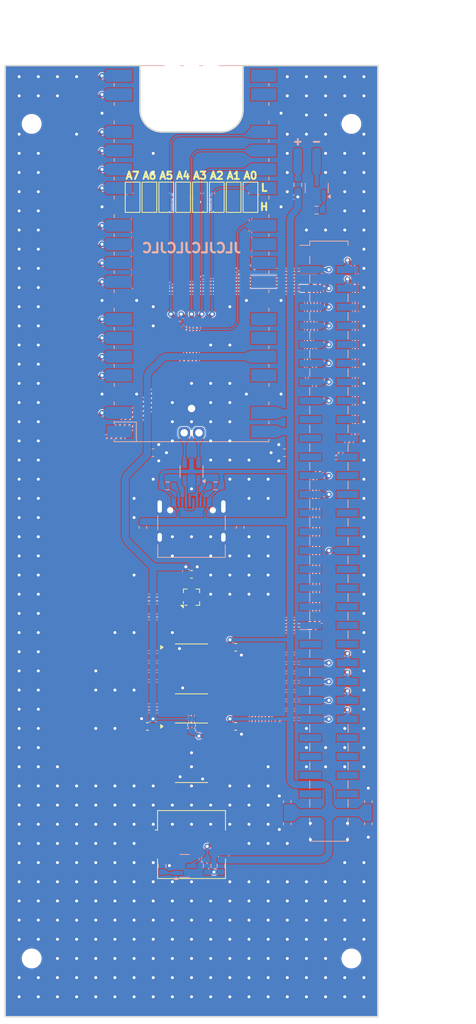
<source format=kicad_pcb>
(kicad_pcb (version 20240108) (generator "pcbnew") (generator_version "8.0")
  (layers (0 "F.Cu" signal) (31 "B.Cu" signal) (34 "B.Paste" user) (35 "F.Paste" user) (36 "B.SilkS" user "B.Silkscreen") (37 "F.SilkS" user "F.Silkscreen") (38 "B.Mask" user) (39 "F.Mask" user) (44 "Edge.Cuts" user))
  (net 0 "")
  (net 1 "+5V")
  (net 2 "GND")
  (net 11 "+3V3")
  (net 12 "Net-(J3-D+-PadA6)")
  (net 14 "Net-(J3-D--PadA7)")
  (net 16 "Net-(J3-CC1)")
  (net 17 "Net-(J3-CC2)")
  (net 18 "/FIFO_EXT_D4")
  (net 19 "/FIFO_EXT_D0")
  (net 20 "/FIFO_EXT_D6")
  (net 21 "/FIFO_EXT_D2")
  (net 22 "/FIFO_EXT_D5")
  (net 23 "/FIFO_EXT_D3")
  (net 24 "/FIFO_EXT_D1")
  (net 25 "/FIFO_EXT_D7")
  (net 26 "/USB_D+")
  (net 27 "/USB_D-")
  (net 28 "/FIFO_EXT_EN")
  (net 29 "/FIFO_EXT_A1")
  (net 30 "/~{RESET}")
  (net 31 "/FIFO_EXT_R{slash}~{W}")
  (net 34 "/FIFO_EXT_A0")
  (net 38 "/CARD_A5")
  (net 41 "/CARD_A3")
  (net 44 "/CARD_A4")
  (net 45 "/CARD_A0")
  (net 48 "/CARD_A2")
  (net 49 "/CARD_A1")
  (net 52 "/CARD_A6")
  (net 53 "/CARD_A7")
  (net 82 "Net-(D1-K)")
  (net 83 "/BACKLIGHT_PWM")
  (net 84 "Net-(Q2-D)")
  (net 85 "/BUZZER_PWM")
  (net 86 "/ACCEL_SDA")
  (net 87 "/ACCEL_INT1")
  (net 88 "/ACCEL_SCL")
  (net 89 "/ACCEL_INT2")
  (net 90 "/ACCEL_~{CS}")
  (net 91 "Net-(D1-A)")
  (net 92 "Net-(LS1-Pad1)")
  (net 94 "/FIFO_D2_3V3")
  (net 95 "/FIFO_D0_3V3")
  (net 96 "/FIFO_D4_3V3")
  (net 97 "/FIFO_D1_3V3")
  (net 98 "/FIFO_D5_3V3")
  (net 99 "/FIFO_D6_3V3")
  (net 100 "/FIFO_D3_3V3")
  (net 101 "/FIFO_D7_3V3")
  (net 102 "/FIFO_A1_3V3")
  (net 103 "/FIFO_EN_3V3")
  (net 104 "/FIFO_R{slash}~{W}_3V3")
  (net 105 "/FIFO_A0_3V3")
  (net 106 "/~{RESET}_3V3")
  (net 107 "/TRCVR_~{OE}")
  (net 108 "/TRCVR_DIR")
  (footprint "Jumper:SolderJumper-3_P1.3mm_Bridged2Bar12_Pad1.0x1.5mm" (layer "F.Cu") (at 201.92857 39.75 90)
    (property "Reference" "JP3" (hide yes))
    (property "Value" "SolderJumper_3_Bridged12" (hide yes))
  )
  (footprint "Capacitor_SMD:C_0603_1608Metric" (layer "F.Cu") (at 198.5 90.9)
    (property "Reference" "C10" (hide yes))
    (property "Value" "100n")
  )
  (footprint "Jumper:SolderJumper-3_P1.3mm_Bridged2Bar12_Pad1.0x1.5mm" (layer "F.Cu") (at 195.071428 39.75 90)
    (property "Reference" "JP6" (hide yes))
    (property "Value" "SolderJumper_3_Bridged12" (hide yes))
  )
  (footprint "Buzzer_Beeper:Buzzer_Murata_PKMCS0909E" (layer "F.Cu") (at 198.5 127.545)
    (property "Reference" "LS1" (hide yes))
    (property "Value" "PKMCS0909E")
  )
  (footprint "Package_SO:TSSOP-20_4.4x6.5mm_P0.65mm" (layer "F.Cu") (at 198.5 103.72)
    (property "Reference" "U6" (hide yes))
    (property "Value" "SN74HCS244")
  )
  (footprint "MountingHole:MountingHole_2.5mm" (layer "F.Cu") (at 176.8 29.8)
    (property "Reference" "H1" (hide yes))
    (property "Value" "M2")
  )
  (footprint "Jumper:SolderJumper-3_P1.3mm_Bridged2Bar12_Pad1.0x1.5mm" (layer "F.Cu") (at 190.5 39.75 90)
    (property "Reference" "JP8" (hide yes))
    (property "Value" "SolderJumper_3_Bridged12" (hide yes))
  )
  (footprint "Capacitor_SMD:C_0603_1608Metric" (layer "F.Cu") (at 204.5 100.795)
    (property "Reference" "C6" (hide yes))
    (property "Value" "100n")
  )
  (footprint "Package_LGA:LGA-12_2x2mm_P0.5mm" (layer "F.Cu") (at 198.5 93.99 90)
    (property "Reference" "U4" (hide yes))
    (property "Value" "LIS2DW12")
  )
  (footprint "Jumper:SolderJumper-3_P1.3mm_Bridged2Bar12_Pad1.0x1.5mm" (layer "F.Cu") (at 197.357142 39.75 90)
    (property "Reference" "JP5" (hide yes))
    (property "Value" "SolderJumper_3_Bridged12" (hide yes))
  )
  (footprint "MountingHole:MountingHole_2.5mm" (layer "F.Cu") (at 176.8 143)
    (property "Reference" "H3" (hide yes))
    (property "Value" "M2")
  )
  (footprint "MountingHole:MountingHole_2.5mm" (layer "F.Cu") (at 220.2 143)
    (property "Reference" "H4" (hide yes))
    (property "Value" "M2")
  )
  (footprint "Capacitor_SMD:C_0603_1608Metric" (layer "F.Cu") (at 204.5 111.525)
    (property "Reference" "C3" (hide yes))
    (property "Value" "100n")
  )
  (footprint "Jumper:SolderJumper-3_P1.3mm_Bridged2Bar12_Pad1.0x1.5mm" (layer "F.Cu") (at 199.642856 39.75 90)
    (property "Reference" "JP4" (hide yes))
    (property "Value" "SolderJumper_3_Bridged12" (hide yes))
  )
  (footprint "Jumper:SolderJumper-3_P1.3mm_Bridged2Bar12_Pad1.0x1.5mm" (layer "F.Cu") (at 206.499998 39.75 90)
    (property "Reference" "JP1" (hide yes))
    (property "Value" "SolderJumper_3_Bridged12" (hide yes))
  )
  (footprint "Jumper:SolderJumper-3_P1.3mm_Bridged2Bar12_Pad1.0x1.5mm" (layer "F.Cu") (at 192.785714 39.75 90)
    (property "Reference" "JP7" (hide yes))
    (property "Value" "SolderJumper_3_Bridged12" (hide yes))
  )
  (footprint "MountingHole:MountingHole_2.5mm" (layer "F.Cu") (at 220.2 29.8)
    (property "Reference" "H2" (hide yes))
    (property "Value" "M2")
  )
  (footprint "Capacitor_SMD:C_0603_1608Metric" (layer "F.Cu") (at 192.5 111.525 180)
    (property "Reference" "C4" (hide yes))
    (property "Value" "100n")
  )
  (footprint "Package_SO:TSSOP-24_4.4x7.8mm_P0.65mm" (layer "F.Cu") (at 198.5 115.1)
    (property "Reference" "U1" (hide yes))
    (property "Value" "SN74LXC8T245")
  )
  (footprint "Jumper:SolderJumper-3_P1.3mm_Bridged2Bar12_Pad1.0x1.5mm" (layer "F.Cu") (at 204.214284 39.75 90)
    (property "Reference" "JP2" (hide yes))
    (property "Value" "SolderJumper_3_Bridged12" (hide yes))
  )
  (footprint "Resistor_SMD:R_0603_1608Metric" (layer "B.Cu") (at 198.5 111.325 -90)
    (property "Reference" "R5" (hide yes))
    (property "Value" "10k")
  )
  (footprint "Capacitor_SMD:C_0603_1608Metric" (layer "B.Cu") (at 222.5 121.73 90)
    (property "Reference" "C7" (hide yes))
    (property "Value" "10u")
  )
  (footprint "Package_TO_SOT_SMD:SOT-23" (layer "B.Cu") (at 215.5 38.5 90)
    (property "Reference" "Q1" (hide yes))
    (property "Value" "BSS138")
  )
  (footprint "decoder:Con_01x02_2.54_SMD" (layer "B.Cu") (at 214.2 34.8 180)
    (property "Reference" "D1" (hide yes))
    (property "Value" "LED FILAMENT")
  )
  (footprint "Capacitor_SMD:C_0603_1608Metric" (layer "B.Cu") (at 211.5 124.73 -90)
    (property "Reference" "C9" (hide yes))
    (property "Value" "100n")
  )
  (footprint "Capacitor_SMD:C_0603_1608Metric" (layer "B.Cu") (at 211.5 121.73 90)
    (property "Reference" "C8" (hide yes))
    (property "Value" "10u")
  )
  (footprint "Resistor_SMD:R_0603_1608Metric" (layer "B.Cu") (at 194.499166 130.45 -90)
    (property "Reference" "R8" (hide yes))
    (property "Value" "10k")
  )
  (footprint "RPi_Pico:RPi_PicoW_SMD_TH" (layer "B.Cu") (at 198.5 47.4)
    (property "Reference" "U2" (hide yes))
    (property "Value" "PicoW")
  )
  (footprint "Capacitor_SMD:C_0603_1608Metric" (layer "B.Cu") (at 193.275 74.4)
    (property "Reference" "C13" (hide yes))
    (property "Value" "10u")
  )
  (footprint "Resistor_SMD:R_0603_1608Metric" (layer "B.Cu") (at 215.47 41.5)
    (property "Reference" "R7" (hide yes))
    (property "Value" "10k")
  )
  (footprint "Connector_USB:USB_C_Receptacle_XKB_U262-16XN-4BVC11" (layer "B.Cu") (at 198.5 84.805 180)
    (property "Reference" "J3" (hide yes))
    (property "Value" "USB4800")
  )
  (footprint "Capacitor_SMD:C_0603_1608Metric" (layer "B.Cu") (at 222.5 124.73 -90)
    (property "Reference" "C5" (hide yes))
    (property "Value" "100n")
  )
  (footprint "Resistor_SMD:R_0603_1608Metric" (layer "B.Cu") (at 212.93 38.075 90)
    (property "Reference" "R6" (hide yes))
    (property "Value" "33")
  )
  (footprint "Connector_PinSocket_2.54mm:PinSocket_2x32_P2.54mm_Vertical_SMD" (layer "B.Cu") (at 217.15 86.4 180)
    (property "Reference" "J1" (hide yes))
    (property "Value" "Conn_02x32_Odd_Even")
  )
  (footprint "Resistor_SMD:R_0603_1608Metric" (layer "B.Cu") (at 195.25 78.9)
    (property "Reference" "R2" (hide yes))
    (property "Value" "5k1")
  )
  (footprint "Package_TO_SOT_SMD:SOT-23" (layer "B.Cu") (at 197.5625 130.45)
    (property "Reference" "Q2" (hide yes))
    (property "Value" "BSS138")
  )
  (footprint "Resistor_SMD:R_0603_1608Metric" (layer "B.Cu") (at 201.75 78.9)
    (property "Reference" "R1" (hide yes))
    (property "Value" "5k1")
  )
  (footprint "Resistor_SMD:R_0603_1608Metric" (layer "B.Cu") (at 200.625833 130.45 90)
    (property "Reference" "R10" (hide yes))
    (property "Value" "1k")
  )
  (footprint "Capacitor_SMD:C_0603_1608Metric" (layer "B.Cu") (at 191.9 84.52 -90)
    (property "Reference" "C1" (hide yes))
    (property "Value" "10u")
  )
  (footprint "Capacitor_SMD:C_0603_1608Metric" (layer "B.Cu") (at 205.1 84.52 -90)
    (property "Reference" "C11" (hide yes))
    (property "Value" "10u")
  )
  (footprint "Package_TO_SOT_SMD:SOT-23-6" (layer "B.Cu") (at 198.5 76.95 90)
    (property "Reference" "U3" (hide yes))
    (property "Value" "USBLC6-2SC6")
  )
  (footprint "Resistor_SMD:R_0603_1608Metric" (layer "B.Cu") (at 202.499166 130.45 -90)
    (property "Reference" "R9" (hide yes))
    (property "Value" "100")
  )
  (footprint "Capacitor_SMD:C_0603_1608Metric" (layer "B.Cu") (at 211.125 74.4 180)
    (property "Reference" "C12" (hide yes))
    (property "Value" "10u")
  )
  (gr_line (start 191.500001 21.9) (end 173.2 21.9) (stroke (width 0.2)) (layer "Edge.Cuts"))
  (gr_line (start 173.2 150.9) (end 223.8 150.9) (stroke (width 0.2)) (layer "Edge.Cuts"))
  (gr_line (start 223.8 21.9) (end 205.500001 21.9) (stroke (width 0.2)) (layer "Edge.Cuts"))
  (gr_line (start 205.500001 21.9) (end 205.500001 27.9) (stroke (width 0.2)) (layer "Edge.Cuts"))
  (gr_line (start 191.500001 27.9) (end 191.500001 21.9) (stroke (width 0.2)) (layer "Edge.Cuts"))
  (gr_arc (start 205.500001 27.9) (mid 204.621321 30.021321) (end 202.5 30.9) (stroke (width 0.2)) (layer "Edge.Cuts"))
  (gr_arc (start 194.5 30.9) (mid 192.37868 30.02132) (end 191.5 27.9) (stroke (width 0.2)) (layer "Edge.Cuts"))
  (gr_line (start 173.2 21.9) (end 173.2 150.9) (stroke (width 0.2)) (layer "Edge.Cuts"))
  (gr_line (start 223.8 150.9) (end 223.8 21.9) (stroke (width 0.2)) (layer "Edge.Cuts"))
  (gr_line (start 202.5 30.9) (end 194.5 30.9) (stroke (width 0.2)) (layer "Edge.Cuts"))
  (gr_text "-" (at 215.47 32.75 0) (layer "B.SilkS") (effects (font (size 1 1) (thickness 0.25) (bold yes)) (justify bottom)))
  (gr_text "JLCJLCJLCJLC" (at 198.5 47.4 0) (layer "B.SilkS") (effects (font (size 1.3 1.3) (thickness 0.3) (bold yes)) (justify bottom mirror)))
  (gr_text "+" (at 212.93 32.75 0) (layer "B.SilkS") (effects (font (size 1 1) (thickness 0.25) (bold yes)) (justify bottom)))
  (gr_text "A0" (at 206.499998 37.4 0) (layer "F.SilkS") (effects (font (size 1 1) (thickness 0.3) (bold yes)) (justify bottom)))
  (gr_text "A7\n" (at 190.5 37.4 0) (layer "F.SilkS") (effects (font (size 1 1) (thickness 0.3) (bold yes)) (justify bottom)))
  (gr_text "H" (at 208.35 41.05 0) (layer "F.SilkS") (effects (font (size 1 1) (thickness 0.25) (bold yes))))
  (gr_text "A5\n" (at 195.071428 37.4 0) (layer "F.SilkS") (effects (font (size 1 1) (thickness 0.3) (bold yes)) (justify bottom)))
  (gr_text "A2\n" (at 201.92857 37.4 0) (layer "F.SilkS") (effects (font (size 1 1) (thickness 0.3) (bold yes)) (justify bottom)))
  (gr_text "A1\n" (at 204.214284 37.4 0) (layer "F.SilkS") (effects (font (size 1 1) (thickness 0.3) (bold yes)) (justify bottom)))
  (gr_text "A3\n" (at 199.642856 37.4 0) (layer "F.SilkS") (effects (font (size 1 1) (thickness 0.3) (bold yes)) (justify bottom)))
  (gr_text "A6" (at 192.785714 37.4 0) (layer "F.SilkS") (effects (font (size 1 1) (thickness 0.3) (bold yes)) (justify bottom)))
  (gr_text "A4\n" (at 197.357142 37.4 0) (layer "F.SilkS") (effects (font (size 1 1) (thickness 0.3) (bold yes)) (justify bottom)))
  (gr_text "L" (at 208.35 38.45 0) (layer "F.SilkS") (effects (font (size 1 1) (thickness 0.25) (bold yes))))
  (segment (start 203.725 100.795) (end 203.725 99.77) (width 0.5) (layer "F.Cu") (net 1))
  (segment (start 203.725 100.795) (end 201.3625 100.795) (width 0.25) (layer "F.Cu") (net 1))
  (segment (start 206.499998 39.75) (end 212.95 39.75) (width 0.25) (layer "F.Cu") (net 1))
  (segment (start 200.2 111.823743) (end 200.2 111.876256) (width 0.25) (layer "F.Cu") (net 1))
  (segment (start 203.725 110.5) (end 203.725 111.525) (width 0.5) (layer "F.Cu") (net 1))
  (segment (start 200.498743 112.175) (end 201.3625 112.175) (width 0.25) (layer "F.Cu") (net 1))
  (segment (start 203.725 111.525) (end 201.3625 111.525) (width 0.25) (layer "F.Cu") (net 1))
  (segment (start 200.498743 111.525) (end 201.3625 111.525) (width 0.25) (layer "F.Cu") (net 1))
  (segment (start 206.499998 39.75) (end 190.5 39.75) (width 0.25) (layer "F.Cu") (net 1))
  (via (at 203.725 99.77) (size 0.8) (drill 0.4) (layers "F.Cu" "B.Cu") (net 1))
  (via (at 203.725 110.5) (size 0.8) (drill 0.4) (layers "F.Cu" "B.Cu") (net 1))
  (via (at 212.93 39.7) (size 0.8) (drill 0.4) (layers "F.Cu" "B.Cu") (net 1))
  (arc (start 200.2875 112.0875) (mid 200.384419 112.152259) (end 200.498743 112.175) (width 0.25) (layer "F.Cu") (net 1))
  (arc (start 200.498743 111.525) (mid 200.384419 111.54774) (end 200.2875 111.6125) (width 0.25) (layer "F.Cu") (net 1))
  (arc (start 200.2875 111.6125) (mid 200.22274 111.709419) (end 200.2 111.823743) (width 0.25) (layer "F.Cu") (net 1))
  (arc (start 200.2 111.876256) (mid 200.22274 111.99058) (end 200.2875 112.0875) (width 0.25) (layer "F.Cu") (net 1))
  (segment (start 211.9 69.914214) (end 211.9 71.085786) (width 1) (layer "B.Cu") (net 1))
  (segment (start 195.95 80.78) (end 195.95 81.135) (width 0.25) (layer "B.Cu") (net 1))
  (segment (start 211.9 99.771464) (end 211.9 99.778535) (width 1) (layer "B.Cu") (net 1))
  (segment (start 202.532322 76.95) (end 201.692893 76.95) (width 0.5) (layer "B.Cu") (net 1))
  (segment (start 211.9 71.085786) (end 211.9 70.207107) (width 1) (layer "B.Cu") (net 1))
  (segment (start 212.93 39.7) (end 212.93 38.9) (width 1) (layer "B.Cu") (net 1))
  (segment (start 211.9 110.514644) (end 211.9 110.585355) (width 1) (layer "B.Cu") (net 1))
  (segment (start 200.641421 83.745) (end 200.358578 83.745) (width 1) (layer "B.Cu") (net 1))
  (segment (start 212.70234 119.42) (end 216.330588 119.42) (width 1) (layer "B.Cu") (net 1))
  (segment (start 196.7 83.403578) (end 196.7 82.618249) (width 0.25) (layer "B.Cu") (net 1))
  (segment (start 198.5 76.45) (end 198.5 75.8125) (width 0.5) (layer "B.Cu") (net 1))
  (segment (start 199.06875 76.95) (end 200.825 76.95) (width 0.5) (layer "B.Cu") (net 1))
  (segment (start 196.25 81.531852) (end 196.25 81.135) (width 0.25) (layer "B.Cu") (net 1))
  (segment (start 196.641421 83.745) (end 196.358578 83.745) (width 1) (layer "B.Cu") (net 1))
  (segment (start 201.975 76.95) (end 200.825 76.95) (width 0.5) (layer "B.Cu") (net 1))
  (segment (start 197.914214 83.745) (end 196.641421 83.745) (width 1) (layer "B.Cu") (net 1))
  (segment (start 215.826992 129.625) (end 202.499166 129.625) (width 1) (layer "B.Cu") (net 1))
  (segment (start 211.9 118.617659) (end 211.9 110.585355) (width 1) (layer "B.Cu") (net 1))
  (segment (start 205.1 83.745) (end 200.641421 83.745) (width 1) (layer "B.Cu") (net 1))
  (segment (start 202.575 76.992677) (end 202.575 78.9) (width 0.5) (layer "B.Cu") (net 1))
  (segment (start 211.9 70.207107) (end 211.9 69.348492) (width 1) (layer "B.Cu") (net 1))
  (segment (start 211.648786 71.53) (end 207.39 71.53) (width 1) (layer "B.Cu") (net 1))
  (segment (start 211.541507 68.99) (end 207.39 68.99) (width 1) (layer "B.Cu") (net 1))
  (segment (start 211.685 71.515) (end 211.7 71.5) (width 1) (layer "B.Cu") (net 1))
  (segment (start 211.9 69.914214) (end 211.9 42.91349) (width 1) (layer "B.Cu") (net 1))
  (segment (start 217.15 120.239411) (end 217.15 128.301992) (width 1) (layer "B.Cu") (net 1))
  (segment (start 211.814644 110.5) (end 203.725 110.5) (width 0.5) (layer "B.Cu") (net 1))
  (segment (start 194.425 77.5625) (end 194.425 78.9) (width 0.5) (layer "B.Cu") (net 1))
  (segment (start 205.1 83.745) (end 211.5 83.745) (width 1) (layer "B.Cu") (net 1))
  (segment (start 212.93 39.7) (end 212.93 40.756509) (width 1) (layer "B.Cu") (net 1))
  (segment (start 201.301022 80.173977) (end 202.575 78.9) (width 0.25) (layer "B.Cu") (net 1))
  (segment (start 194.425 78.9) (end 195.698977 80.173977) (width 0.25) (layer "B.Cu") (net 1))
  (segment (start 203.725 99.77) (end 211.891464 99.77) (width 0.5) (layer "B.Cu") (net 1))
  (segment (start 199.06875 76.95) (end 198 76.95) (width 0.5) (layer "B.Cu") (net 1))
  (segment (start 200.75 81.531852) (end 200.75 81.135) (width 0.25) (layer "B.Cu") (net 1))
  (segment (start 211.9 99.778535) (end 211.9 110.514644) (width 1) (layer "B.Cu") (net 1))
  (segment (start 201.975 76.95) (end 211.614644 76.95) (width 0.5) (layer "B.Cu") (net 1))
  (segment (start 201.05 80.78) (end 201.05 81.135) (width 0.25) (layer "B.Cu") (net 1))
  (segment (start 194.425 77.4375) (end 194.425 77.5625) (width 0.5) (layer "B.Cu") (net 1))
  (segment (start 199.085786 83.745) (end 197.914214 83.745) (width 1) (layer "B.Cu") (net 1))
  (segment (start 199.085786 83.745) (end 200.358578 83.745) (width 1) (layer "B.Cu") (net 1))
  (segment (start 194.637499 77.162499) (end 194.469194 77.330805) (width 0.5) (layer "B.Cu") (net 1))
  (segment (start 212.531551 41.718447) (end 212.298448 41.951551) (width 1) (layer "B.Cu") (net 1))
  (segment (start 200.3 82.618249) (end 200.3 83.403578) (width 0.25) (layer "B.Cu") (net 1))
  (segment (start 196.358578 83.745) (end 191.9 83.745) (width 1) (layer "B.Cu") (net 1))
  (segment (start 211.9 99.771464) (end 211.9 71.085786) (width 1) (layer "B.Cu") (net 1))
  (segment (start 198 76.95) (end 195.15052 76.95) (width 0.5) (layer "B.Cu") (net 1))
  (segment (start 200.825 76.95) (end 201.692893 76.95) (width 0.5) (layer "B.Cu") (net 1))
  (segment (start 211.675 76.925) (end 211.7 76.9) (width 0.5) (layer "B.Cu") (net 1))
  (arc (start 194.469194 77.330805) (mid 194.436485 77.379757) (end 194.425 77.4375) (width 0.5) (layer "B.Cu") (net 1))
  (arc (start 211.875 110.525) (mid 211.890959 110.528174) (end 211.9 110.514644) (width 0.5) (layer "B.Cu") (net 1))
  (arc (start 201.301022 80.173977) (mid 201.115238 80.452022) (end 201.05 80.78) (width 0.25) (layer "B.Cu") (net 1))
  (arc (start 211.795 69.095) (mid 211.678696 69.017288) (end 211.541507 68.99) (width 1) (layer "B.Cu") (net 1))
  (arc (start 200.358578 83.745) (mid 200.412698 83.708838) (end 200.4 83.645) (width 1) (layer "B.Cu") (net 1))
  (arc (start 211.8975 99.7725) (mid 211.899095 99.772817) (end 211.9 99.771464) (width 0.5) (layer "B.Cu") (net 1))
  (arc (start 202.5625 76.9625) (mid 202.548654 76.953248) (end 202.532322 76.95) (width 0.5) (layer "B.Cu") (net 1))
  (arc (start 217.15 128.301992) (mid 217.049292 128.808285) (end 216.7625 129.2375) (width 1) (layer "B.Cu") (net 1))
  (arc (start 200.75 81.531852) (mid 200.691524 81.825829) (end 200.525 82.075051) (width 0.25) (layer "B.Cu") (net 1))
  (arc (start 195.698977 80.173977) (mid 195.884761 80.452022) (end 195.95 80.78) (width 0.25) (layer "B.Cu") (net 1))
  (arc (start 216.91 119.66) (mid 217.087626 119.925836) (end 217.15 120.239411) (width 1) (layer "B.Cu") (net 1))
  (arc (start 211.685 71.515) (mid 211.668385 71.526101) (end 211.648786 71.53) (width 1) (layer "B.Cu") (net 1))
  (arc (start 201.692893 76.95) (mid 201.833946 76.95) (end 201.975 76.95) (width 0.5) (layer "B.Cu") (net 1))
  (arc (start 196.7 83.403578) (mid 196.67401 83.534234) (end 196.6 83.645) (width 0.25) (layer "B.Cu") (net 1))
  (arc (start 196.25 81.531852) (mid 196.308475 81.825829) (end 196.475 82.075051) (width 0.25) (layer "B.Cu") (net 1))
  (arc (start 196.475 82.075051) (mid 196.641524 82.324272) (end 196.7 82.618249) (width 0.25) (layer "B.Cu") (net 1))
  (arc (start 216.7625 129.2375) (mid 216.333285 129.524292) (end 215.826992 129.625) (width 1) (layer "B.Cu") (net 1))
  (arc (start 212.93 40.756509) (mid 212.826446 41.277106) (end 212.531551 41.718447) (width 1) (layer "B.Cu") (net 1))
  (arc (start 211.8975 99.7725) (mid 211.89473 99.770649) (end 211.891464 99.77) (width 0.5) (layer "B.Cu") (net 1))
  (arc (start 195.15052 76.95) (mid 194.872875 77.005226) (end 194.637499 77.162499) (width 0.5) (layer "B.Cu") (net 1))
  (arc (start 198.5 76.45) (mid 198.666583 76.803553) (end 199.06875 76.95) (width 0.5) (layer "B.Cu") (net 1))
  (arc (start 211.9 118.617659) (mid 211.961074 118.924701) (end 212.135 119.185) (width 1) (layer "B.Cu") (net 1))
  (arc (start 211.9 99.778535) (mid 211.89935 99.775268) (end 211.8975 99.7725) (width 1) (layer "B.Cu") (net 1))
  (arc (start 216.91 119.66) (mid 216.644163 119.482373) (end 216.330588 119.42) (width 1) (layer "B.Cu") (net 1))
  (arc (start 196.6 83.645) (mid 196.587301 83.708838) (end 196.641421 83.745) (width 0.25) (layer "B.Cu") (net 1))
  (arc (start 211.9 70.207107) (mid 211.9 70.06066) (end 211.9 69.914214) (width 1) (layer "B.Cu") (net 1))
  (arc (start 212.135 119.185) (mid 212.395297 119.358925) (end 212.70234 119.42) (width 1) (layer "B.Cu") (net 1))
  (arc (start 211.675 76.925) (mid 211.647308 76.943502) (end 211.614644 76.95) (width 0.5) (layer "B.Cu") (net 1))
  (arc (start 198 76.95) (mid 198.353553 76.803553) (end 198.5 76.45) (width 0.5) (layer "B.Cu") (net 1))
  (arc (start 211.795 69.095) (mid 211.872711 69.211303) (end 211.9 69.348492) (width 1) (layer "B.Cu") (net 1))
  (arc (start 211.9 110.585355) (mid 211.893502 110.552691) (end 211.875 110.525) (width 1) (layer "B.Cu") (net 1))
  (arc (start 212.298448 41.951551) (mid 212.003553 42.392892) (end 211.9 42.91349) (width 1) (layer "B.Cu") (net 1))
  (arc (start 200.3 83.403578) (mid 200.325989 83.534234) (end 200.4 83.645) (width 0.25) (layer "B.Cu") (net 1))
  (arc (start 196.358578 83.745) (mid 196.489234 83.71901) (end 196.6 83.645) (width 1) (layer "B.Cu") (net 1))
  (arc (start 211.875 110.525) (mid 211.847308 110.506497) (end 211.814644 110.5) (width 0.5) (layer "B.Cu") (net 1))
  (arc (start 200.4 83.645) (mid 200.510764 83.71901) (end 200.641421 83.745) (width 0.25) (layer "B.Cu") (net 1))
  (arc (start 200.525 82.075051) (mid 200.358475 82.324272) (end 200.3 82.618249) (width 0.25) (layer "B.Cu") (net 1))
  (arc (start 202.5625 76.9625) (mid 202.571751 76.976345) (end 202.575 76.992677) (width 0.5) (layer "B.Cu") (net 1))
  (segment (start 199.25 90.925) (end 199.275 90.9) (width 0.25) (layer "F.Cu") (net 2))
  (via (at 177.7 77.996) (size 0.8) (drill 0.4) (layers "F.Cu" "B.Cu") (net 2))
  (via (at 195.9 98.796) (size 0.8) (drill 0.4) (layers "F.Cu" "B.Cu") (net 2))
  (via (at 198.5 140.396) (size 0.8) (drill 0.4) (layers "F.Cu" "B.Cu") (net 2))
  (via (at 177.7 75.396) (size 0.8) (drill 0.4) (layers "F.Cu" "B.Cu") (net 2))
  (via (at 206.3 132.596) (size 0.8) (drill 0.4) (layers "F.Cu" "B.Cu") (net 2))
  (via (at 193.3 33.796) (size 0.8) (drill 0.4) (layers "F.Cu" "B.Cu") (net 2))
  (via (at 211.5 145.596) (size 0.8) (drill 0.4) (layers "F.Cu" "B.Cu") (net 2))
  (via (at 193.3 137.796) (size 0.8) (drill 0.4) (layers "F.Cu" "B.Cu") (net 2))
  (via (at 221.9 31.196) (size 0.8) (drill 0.4) (layers "F.Cu" "B.Cu") (net 2))
  (via (at 177.7 51.996) (size 0.8) (drill 0.4) (layers "F.Cu" "B.Cu") (net 2))
  (via (at 210.65 28.35) (size 0.8) (drill 0.4) (layers "F.Cu" "B.Cu") (net 2))
  (via (at 216.7 33.796) (size 0.8) (drill 0.4) (layers "F.Cu" "B.Cu") (net 2))
  (via (at 198.5 116.996) (size 0.8) (drill 0.4) (layers "F.Cu" "B.Cu") (net 2))
  (via (at 201.1 137.796) (size 0.8) (drill 0.4) (layers "F.Cu" "B.Cu") (net 2))
  (via (at 203.7 59.796) (size 0.8) (drill 0.4) (layers "F.Cu" "B.Cu") (net 2))
  (via (at 186.35 28.35) (size 0.8) (drill 0.4) (layers "F.Cu" "B.Cu") (net 2))
  (via (at 193.3 135.196) (size 0.8) (drill 0.4) (layers "F.Cu" "B.Cu") (net 2))
  (via (at 190.7 132.596) (size 0.8) (drill 0.4) (layers "F.Cu" "B.Cu") (net 2))
  (via (at 221.9 111.796) (size 0.8) (drill 0.4) (layers "F.Cu" "B.Cu") (net 2))
  (via (at 190.7 135.196) (size 0.8) (drill 0.4) (layers "F.Cu" "B.Cu") (net 2))
  (via (at 175.1 119.596) (size 0.8) (drill 0.4) (layers "F.Cu" "B.Cu") (net 2))
  (via (at 175.1 36.396) (size 0.8) (drill 0.4) (layers "F.Cu" "B.Cu") (net 2))
  (via (at 175.1 96.196) (size 0.8) (drill 0.4) (layers "F.Cu" "B.Cu") (net 2))
  (via (at 219.3 129.996) (size 0.8) (drill 0.4) (layers "F.Cu" "B.Cu") (net 2))
  (via (at 221.9 64.996) (size 0.8) (drill 0.4) (layers "F.Cu" "B.Cu") (net 2))
  (via (at 188.1 111.796) (size 0.8) (drill 0.4) (layers "F.Cu" "B.Cu") (net 2))
  (via (at 221.9 25.996) (size 0.8) (drill 0.4) (layers "F.Cu" "B.Cu") (net 2))
  (via (at 211.5 142.996) (size 0.8) (drill 0.4) (layers "F.Cu" "B.Cu") (net 2))
  (via (at 214.1 132.596) (size 0.8) (drill 0.4) (layers "F.Cu" "B.Cu") (net 2))
  (via (at 175.1 116.996) (size 0.8) (drill 0.4) (layers "F.Cu" "B.Cu") (net 2))
  (via (at 214.1 111.796) (size 0.8) (drill 0.4) (layers "F.Cu" "B.Cu") (net 2))
  (via (at 175.1 49.396) (size 0.8) (drill 0.4) (layers "F.Cu" "B.Cu") (net 2))
  (via (at 211.5 31.196) (size 0.8) (drill 0.4) (layers "F.Cu" "B.Cu") (net 2))
  (via (at 177.7 132.596) (size 0.8) (drill 0.4) (layers "F.Cu" "B.Cu") (net 2))
  (via (at 210.42 125.505) (size 0.8) (drill 0.4) (layers "F.Cu" "B.Cu") (net 2))
  (via (at 203.7 135.196) (size 0.8) (drill 0.4) (layers "F.Cu" "B.Cu") (net 2))
  (via (at 188.1 127.396) (size 0.8) (drill 0.4) (layers "F.Cu" "B.Cu") (net 2))
  (via (at 214.1 140.396) (size 0.8) (drill 0.4) (layers "F.Cu" "B.Cu") (net 2))
  (via (at 190.7 127.396) (size 0.8) (drill 0.4) (layers "F.Cu" "B.Cu") (net 2))
  (via (at 206.3 119.596) (size 0.8) (drill 0.4) (layers "F.Cu" "B.Cu") (net 2))
  (via (at 175.1 54.596) (size 0.8) (drill 0.4) (layers "F.Cu" "B.Cu") (net 2))
  (via (at 211.5 38.996) (size 0.8) (drill 0.4) (layers "F.Cu" "B.Cu") (net 2))
  (via (at 221.9 46.796) (size 0.8) (drill 0.4) (layers "F.Cu" "B.Cu") (net 2))
  (via (at 206.3 142.996) (size 0.8) (drill 0.4) (layers "F.Cu" "B.Cu") (net 2))
  (via (at 216.7 36.396) (size 0.8) (drill 0.4) (layers "F.Cu" "B.Cu") (net 2))
  (via (at 175.1 33.796) (size 0.8) (drill 0.4) (layers "F.Cu" "B.Cu") (net 2))
  (via (at 201.1 88.396) (size 0.8) (drill 0.4) (layers "F.Cu" "B.Cu") (net 2))
  (via (at 221.9 59.796) (size 0.8) (drill 0.4) (layers "F.Cu" "B.Cu") (net 2))
  (via (at 177.7 106.596) (size 0.8) (drill 0.4) (layers "F.Cu" "B.Cu") (net 2))
  (via (at 175.1 83.196) (size 0.8) (drill 0.4) (layers "F.Cu" "B.Cu") (net 2))
  (via (at 199.275 89.875) (size 0.8) (drill 0.4) (layers "F.Cu" "B.Cu") (net 2))
  (via (at 193.3 129.996) (size 0.8) (drill 0.4) (layers "F.Cu" "B.Cu") (net 2))
  (via (at 210.65 41.05) (size 0.8) (drill 0.4) (layers "F.Cu" "B.Cu") (net 2))
  (via (at 211.5 148.196) (size 0.8) (drill 0.4) (layers "F.Cu" "B.Cu") (net 2))
  (via (at 180.3 124.796) (size 0.8) (drill 0.4) (layers "F.Cu" "B.Cu") (net 2))
  (via (at 205.27 101.85) (size 0.8) (drill 0.4) (layers "F.Cu" "B.Cu") (net 2))
  (via (at 185.5 129.996) (size 0.8) (drill 0.4) (layers "F.Cu" "B.Cu") (net 2))
  (via (at 196.95 118.35) (size 0.8) (drill 0.4) (layers "F.Cu" "B.Cu") (net 2))
  (via (at 177.7 148.196) (size 0.8) (drill 0.4) (layers "F.Cu" "B.Cu") (net 2))
  (via (at 175.1 93.596) (size 0.8) (drill 0.4) (layers "F.Cu" "B.Cu") (net 2))
  (via (at 219.3 114.396) (size 0.8) (drill 0.4) (layers "F.Cu" "B.Cu") (net 2))
  (via (at 201.1 135.196) (size 0.8) (drill 0.4) (layers "F.Cu" "B.Cu") (net 2))
  (via (at 177.7 101.396) (size 0.8) (drill 0.4) (layers "F.Cu" "B.Cu") (net 2))
  (via (at 195.9 135.196) (size 0.8) (drill 0.4) (layers "F.Cu" "B.Cu") (net 2))
  (via (at 208.9 140.396) (size 0.8) (drill 0.4) (layers "F.Cu" "B.Cu") (net 2))
  (via (at 188.1 142.996) (size 0.8) (drill 0.4) (layers "F.Cu" "B.Cu") (net 2))
  (via (at 185.5 127.396) (size 0.8) (drill 0.4) (layers "F.Cu" "B.Cu") (net 2))
  (via (at 175.1 90.996) (size 0.8) (drill 0.4) (layers "F.Cu" "B.Cu") (net 2))
  (via (at 206.3 80.596) (size 0.8) (drill 0.4) (layers "F.Cu" "B.Cu") (net 2))
  (via (at 208.9 142.996) (size 0.8) (drill 0.4) (layers "F.Cu" "B.Cu") (net 2))
  (via (at 208.9 122.196) (size 0.8) (drill 0.4) (layers "F.Cu" "B.Cu") (net 2))
  (via (at 177.7 129.996) (size 0.8) (drill 0.4) (layers "F.Cu" "B.Cu") (net 2))
  (via (at 182.9 145.596) (size 0.8) (drill 0.4) (layers "F.Cu" "B.Cu") (net 2))
  (via (at 216.7 145.596) (size 0.8) (drill 0.4) (layers "F.Cu" "B.Cu") (net 2))
  (via (at 221.9 44.196) (size 0.8) (drill 0.4) (layers "F.Cu" "B.Cu") (net 2))
  (via (at 206.3 148.196) (size 0.8) (drill 0.4) (layers "F.Cu" "B.Cu") (net 2))
  (via (at 219.3 137.796) (size 0.8) (drill 0.4) (layers "F.Cu" "B.Cu") (net 2))
  (via (at 175.1 57.196) (size 0.8) (drill 0.4) (layers "F.Cu" "B.Cu") (net 2))
  (via (at 182.9 23.396) (size 0.8) (drill 0.4) (layers "F.Cu" "B.Cu") (net 2))
  (via (at 201.1 72.796) (size 0.8) (drill 0.4) (layers "F.Cu" "B.Cu") (net 2))
  (via (at 221.9 145.596) (size 0.8) (drill 0.4) (layers "F.Cu" "B.Cu") (net 2))
  (via (at 198.5 122.196) (size 0.8) (drill 0.4) (layers "F.Cu" "B.Cu") (net 2))
  (via (at 188.1 122.196) (size 0.8) (drill 0.4) (layers "F.Cu" "B.Cu") (net 2))
  (via (at 180.3 148.196) (size 0.8) (drill 0.4) (layers "F.Cu" "B.Cu") (net 2))
  (via (at 221.9 38.996) (size 0.8) (drill 0.4) (layers "F.Cu" "B.Cu") (net 2))
  (via (at 208.9 135.196) (size 0.8) (drill 0.4) (layers "F.Cu" "B.Cu") (net 2))
  (via (at 175.1 114.396) (size 0.8) (drill 0.4) (layers "F.Cu" "B.Cu") (net 2))
  (via (at 221.9 98.796) (size 0.8) (drill 0.4) (layers "F.Cu" "B.Cu") (net 2))
  (via (at 195.9 122.196) (size 0.8) (drill 0.4) (layers "F.Cu" "B.Cu") (net 2))
  (via (at 201.1 124.796) (size 0.8) (drill 0.4) (layers "F.Cu" "B.Cu") (net 2))
  (via (at 214.1 137.796) (size 0.8) (drill 0.4) (layers "F.Cu" "B.Cu") (net 2))
  (via (at 203.7 75.396) (size 0.8) (drill 0.4) (layers "F.Cu" "B.Cu") (net 2))
  (via (at 214.1 148.196) (size 0.8) (drill 0.4) (layers "F.Cu" "B.Cu") (net 2))
  (via (at 175.1 72.796) (size 0.8) (drill 0.4) (layers "F.Cu" "B.Cu") (net 2))
  (via (at 175.1 77.996) (size 0.8) (drill 0.4) (layers "F.Cu" "B.Cu") (net 2))
  (via (at 180.3 122.196) (size 0.8) (drill 0.4) (layers "F.Cu" "B.Cu") (net 2))
  (via (at 193.3 57.196) (size 0.8) (drill 0.4) (layers "F.Cu" "B.Cu") (net 2))
  (via (at 206.3 90.996) (size 0.8) (drill 0.4) (layers "F.Cu" "B.Cu") (net 2))
  (via (at 201.1 90.996) (size 0.8) (drill 0.4) (layers "F.Cu" "B.Cu") (net 2))
  (via (at 188.1 124.796) (size 0.8) (drill 0.4) (layers "F.Cu" "B.Cu") (net 2))
  (via (at 175.1 31.196) (size 0.8) (drill 0.4) (layers "F.Cu" "B.Cu") (net 2))
  (via (at 216.7 114.396) (size 0.8) (drill 0.4) (layers "F.Cu" "B.Cu") (net 2))
  (via (at 210.35 73.3) (size 0.8) (drill 0.4) (layers "F.Cu" "B.Cu") (net 2))
  (via (at 221.9 36.396) (size 0.8) (drill 0.4) (layers "F.Cu" "B.Cu") (net 2))
  (via (at 180.3 132.596) (size 0.8) (drill 0.4) (layers "F.Cu" "B.Cu") (net 2))
  (via (at 190.7 119.596) (size 0.8) (drill 0.4) (layers "F.Cu" "B.Cu") (net 2))
  (via (at 203.7 54.596) (size 0.8) (drill 0.4) (layers "F.Cu" "B.Cu") (net 2))
  (via (at 194.05 73.3) (size 0.8) (drill 0.4) (layers "F.Cu" "B.Cu") (net 2))
  (via (at 175.1 127.396) (size 0.8) (drill 0.4) (layers "F.Cu" "B.Cu") (net 2))
  (via (at 175.1 51.996) (size 0.8) (drill 0.4) (layers "F.Cu" "B.Cu") (net 2))
  (via (at 214.1 28.596) (size 0.8) (drill 0.4) (layers "F.Cu" "B.Cu") (net 2))
  (via (at 177.7 90.996) (size 0.8) (drill 0.4) (layers "F.Cu" "B.Cu") (net 2))
  (via (at 177.7 140.396) (size 0.8) (drill 0.4) (layers "F.Cu" "B.Cu") (net 2))
  (via (at 177.7 135.196) (size 0.8) (drill 0.4) (layers "F.Cu" "B.Cu") (net 2))
  (via (at 190.7 106.596) (size 0.8) (drill 0.4) (layers "F.Cu" "B.Cu") (net 2))
  (via (at 180.3 145.596) (size 0.8) (drill 0.4) (layers "F.Cu" "B.Cu") (net 2))
  (via (at 175.1 80.596) (size 0.8) (drill 0.4) (layers "F.Cu" "B.Cu") (net 2))
  (via (at 198.5 70.196) (size 0.8) (drill 0.4) (layers "F.Cu" "B.Cu") (net 2))
  (via (at 185.5 148.196) (size 0.8) (drill 0.4) (layers "F.Cu" "B.Cu") (net 2))
  (via (at 221.9 51.996) (size 0.8) (drill 0.4) (layers "F.Cu" "B.Cu") (net 2))
  (via (at 203.7 142.996) (size 0.8) (drill 0.4) (layers "F.Cu" "B.Cu") (net 2))
  (via (at 221.9 54.596) (size 0.8) (drill 0.4) (layers "F.Cu" "B.Cu") (net 2))
  (via (at 175.1 70.196) (size 0.8) (drill 0.4) (layers "F.Cu" "B.Cu") (net 2))
  (via (at 203.7 67.596) (size 0.8) (drill 0.4) (layers "F.Cu" "B.Cu") (net 2))
  (via (at 221.9 90.996) (size 0.8) (drill 0.4) (layers "F.Cu" "B.Cu") (net 2))
  (via (at 214.1 145.596) (size 0.8) (drill 0.4) (layers "F.Cu" "B.Cu") (net 2))
  (via (at 177.7 36.396) (size 0.8) (drill 0.4) (layers "F.Cu" "B.Cu") (net 2))
  (via (at 219.3 36.396) (size 0.8) (drill 0.4) (layers "F.Cu" "B.Cu") (net 2))
  (via (at 175.1 103.996) (size 0.8) (drill 0.4) (layers "F.Cu" "B.Cu") (net 2))
  (via (at 206.3 122.196) (size 0.8) (drill 0.4) (layers "F.Cu" "B.Cu") (net 2))
  (via (at 203.7 137.796) (size 0.8) (drill 0.4) (layers "F.Cu" "B.Cu") (net 2))
  (via (at 201.1 148.196) (size 0.8) (drill 0.4) (layers "F.Cu" "B.Cu") (net 2))
  (via (at 216.7 132.596) (size 0.8) (drill 0.4) (layers "F.Cu" "B.Cu") (net 2))
  (via (at 177.7 109.196) (size 0.8) (drill 0.4) (layers "F.Cu" "B.Cu") (net 2))
  (via (at 193.3 77.996) (size 0.8) (drill 0.4) (layers "F.Cu" "B.Cu") (net 2))
  (via (at 206.3 77.996) (size 0.8) (drill 0.4) (layers "F.Cu" "B.Cu") (net 2))
  (via (at 190.7 140.396) (size 0.8) (drill 0.4) (layers "F.Cu" "B.Cu") (net 2))
  (via (at 195.9 70.196) (size 0.8) (drill 0.4) (layers "F.Cu" "B.Cu") (net 2))
  (via (at 216.7 31.196) (size 0.8) (drill 0.4) (layers "F.Cu" "B.Cu") (net 2))
  (via (at 221.9 75.396) (size 0.8) (drill 0.4) (layers "F.Cu" "B.Cu") (net 2))
  (via (at 180.3 25.996) (size 0.8) (drill 0.4) (layers "F.Cu" "B.Cu") (net 2))
  (via (at 180.3 127.396) (size 0.8) (drill 0.4) (layers "F.Cu" "B.Cu") (net 2))
  (via (at 175.1 140.396) (size 0.8) (drill 0.4) (layers "F.Cu" "B.Cu") (net 2))
  (via (at 206.3 145.596) (size 0.8) (drill 0.4) (layers "F.Cu" "B.Cu") (net 2))
  (via (at 216.7 148.196) (size 0.8) (drill 0.4) (layers "F.Cu" "B.Cu") (net 2))
  (via (at 180.3 119.596) (size 0.8) (drill 0.4) (layers "F.Cu" "B.Cu") (net 2))
  (via (at 205.95 66.45) (size 0.8) (drill 0.4) (layers "F.Cu" "B.Cu") (net 2))
  (via (at 177.7 137.796) (size 0.8) (drill 0.4) (layers "F.Cu" "B.Cu") (net 2))
  (via (at 221.9 101.396) (size 0.8) (drill 0.4) (layers "F.Cu" "B.Cu") (net 2))
  (via (at 203.7 90.996) (size 0.8) (drill 0.4) (layers "F.Cu" "B.Cu") (net 2))
  (via (at 214.1 31.196) (size 0.8) (drill 0.4) (layers "F.Cu" "B.Cu") (net 2))
  (via (at 219.3 135.196) (size 0.8) (drill 0.4) (layers "F.Cu" "B.Cu") (net 2))
  (via (at 203.7 140.396) (size 0.8) (drill 0.4) (layers "F.Cu" "B.Cu") (net 2))
  (via (at 188.1 129.996) (size 0.8) (drill 0.4) (layers "F.Cu" "B.Cu") (net 2))
  (via (at 180.3 142.996) (size 0.8) (drill 0.4) (layers "F.Cu" "B.Cu") (net 2))
  (via (at 177.7 103.996) (size 0.8) (drill 0.4) (layers "F.Cu" "B.Cu") (net 2))
  (via (at 203.7 70.196) (size 0.8) (drill 0.4) (layers "F.Cu" "B.Cu") (net 2))
  (via (at 177.7 54.596) (size 0.8) (drill 0.4) (layers "F.Cu" "B.Cu") (net 2))
  (via (at 208.9 93.596) (size 0.8) (drill 0.4) (layers "F.Cu" "B.Cu") (net 2))
  (via (at 201.1 75.396) (size 0.8) (drill 0.4) (layers "F.Cu" "B.Cu") (net 2))
  (via (at 177.7 72.796) (size 0.8) (drill 0.4) (layers "F.Cu" "B.Cu") (net 2))
  (via (at 216.7 25.996) (size 0.8) (drill 0.4) (layers "F.Cu" "B.Cu") (net 2))
  (via (at 177.7 111.796) (size 0.8) (drill 0.4) (layers "F.Cu" "B.Cu") (net 2))
  (via (at 206.3 88.396) (size 0.8) (drill 0.4) (layers "F.Cu" "B.Cu") (net 2))
  (via (at 177.7 116.996) (size 0.8) (drill 0.4) (layers "F.Cu" "B.Cu") (net 2))
  (via (at 203.7 119.596) (size 0.8) (drill 0.4) (layers "F.Cu" "B.Cu") (net 2))
  (via (at 177.7 67.596) (size 0.8) (drill 0.4) (layers "F.Cu" "B.Cu") (net 2))
  (via (at 182.9 142.996) (size 0.8) (drill 0.4) (layers "F.Cu" "B.Cu") (net 2))
  (via (at 214.1 44.196) (size 0.8) (drill 0.4) (layers "F.Cu" "B.Cu") (net 2))
  (via (at 197.3 106.3) (size 0.8) (drill 0.4) (layers "F.Cu" "B.Cu") (net 2))
  (via (at 208.9 124.796) (size 0.8) (drill 0.4) (layers "F.Cu" "B.Cu") (net 2))
  (via (at 177.7 88.396) (size 0.8) (drill 0.4) (layers "F.Cu" "B.Cu") (net 2))
  (via (at 208.9 116.996) (size 0.8) (drill 0.4) (layers "F.Cu" "B.Cu") (net 2))
  (via (at 175.1 132.596) (size 0.8) (drill 0.4) (layers "F.Cu" "B.Cu") (net 2))
  (via (at 209.3 74.4) (size 0.8) (drill 0.4) (layers "F.Cu" "B.Cu") (net 2))
  (via (at 177.7 70.196) (size 0.8) (drill 0.4) (layers "F.Cu" "B.Cu") (net 2))
  (via (at 211.5 135.196) (size 0.8) (drill 0.4) (layers "F.Cu" "B.Cu") (net 2))
  (via (at 208.9 127.396) (size 0.8) (drill 0.4) (layers "F.Cu" "B.Cu") (net 2))
  (via (at 191.72 110.47) (size 0.8) (drill 0.4) (layers "F.Cu" "B.Cu") (net 2))
  (via (at 175.1 111.796) (size 0.8) (drill 0.4) (layers "F.Cu" "B.Cu") (net 2))
  (via (at 175.1 101.396) (size 0.8) (drill 0.4) (layers "F.Cu" "B.Cu") (net 2))
  (via (at 205.95 53.75) (size 0.8) (drill 0.4) (layers "F.Cu" "B.Cu") (net 2))
  (via (at 191.05 66.45) (size 0.8) (drill 0.4) (layers "F.Cu" "B.Cu") (net 2))
  (via (at 221.9 41.596) (size 0.8) (drill 0.4) (layers "F.Cu" "B.Cu") (net 2))
  (via (at 195.9 67.596) (size 0.8) (drill 0.4) (layers "F.Cu" "B.Cu") (net 2))
  (via (at 201.1 67.596) (size 0.8) (drill 0.4) (layers "F.Cu" "B.Cu") (net 2))
  (via (at 185.5 111.796) (size 0.8) (drill 0.4) (layers "F.Cu" "B.Cu") (net 2))
  (via (at 206.3 124.796) (size 0.8) (drill 0.4) (layers "F.Cu" "B.Cu") (net 2))
  (via (at 175.1 25.996) (size 0.8) (drill 0.4) (layers "F.Cu" "B.Cu") (net 2))
  (via (at 200 118.65) (size 0.8) (drill 0.4) (layers "F.Cu" "B.Cu") (net 2))
  (via (at 185.5 135.196) (size 0.8) (drill 0.4) (layers "F.Cu" "B.Cu") (net 2))
  (via (at 195.9 148.196) (size 0.8) (drill 0.4) (layers "F.Cu" "B.Cu") (net 2))
  (via (at 190.7 124.796) (size 0.8) (drill 0.4) (layers "F.Cu" "B.Cu") (net 2))
  (via (at 214.63 126.87) (size 0.8) (drill 0.4) (layers "F.Cu" "B.Cu") (net 2))
  (via (at 188.1 98.796) (size 0.8) (drill 0.4) (layers "F.Cu" "B.Cu") (net 2))
  (via (at 210.65 66.45) (size 0.8) (drill 0.4) (layers "F.Cu" "B.Cu") (net 2))
  (via (at 221.9 23.396) (size 0.8) (drill 0.4) (layers "F.Cu" "B.Cu") (net 2))
  (via (at 195.9 88.396) (size 0.8) (drill 0.4) (layers "F.Cu" "B.Cu") (net 2))
  (via (at 219.3 145.596) (size 0.8) (drill 0.4) (layers "F.Cu" "B.Cu") (net 2))
  (via (at 177.7 122.196) (size 0.8) (drill 0.4) (layers "F.Cu" "B.Cu") (net 2))
  (via (at 222.5 126.55) (size 0.8) (drill 0.4) (layers "F.Cu" "B.Cu") (net 2))
  (via (at 177.7 85.796) (size 0.8) (drill 0.4) (layers "F.Cu" "B.Cu") (net 2))
  (via (at 177.7 119.596) (size 0.8) (drill 0.4) (layers "F.Cu" "B.Cu") (net 2))
  (via (at 222.5 119.9) (size 0.8) (drill 0.4) (layers "F.Cu" "B.Cu") (net 2))
  (via (at 216.7 116.996) (size 0.8) (drill 0.4) (layers "F.Cu" "B.Cu") (net 2))
  (via (at 177.7 127.396) (size 0.8) (drill 0.4) (layers "F.Cu" "B.Cu") (net 2))
  (via (at 185.5 140.396) (size 0.8) (drill 0.4) (layers "F.Cu" "B.Cu") (net 2))
  (via (at 201.1 85.796) (size 0.8) (drill 0.4) (layers "F.Cu" "B.Cu") (net 2))
  (via (at 208.9 90.996) (size 0.8) (drill 0.4) (layers "F.Cu" "B.Cu") (net 2))
  (via (at 221.9 140.396) (size 0.8) (drill 0.4) (layers "F.Cu" "B.Cu") (net 2))
  (via (at 208.9 119.596) (size 0.8) (drill 0.4) (layers "F.Cu" "B.Cu") (net 2))
  (via (at 219.3 25.996) (size 0.8) (drill 0.4) (layers "F.Cu" "B.Cu") (net 2))
  (via (at 177.7 23.396) (size 0.8) (drill 0.4) (layers "F.Cu" "B.Cu") (net 2))
  (via (at 198.5 64.996) (size 0.8) (drill 0.4) (layers "F.Cu" "B.Cu") (net 2))
  (via (at 208.9 137.796) (size 0.8) (drill 0.4) (layers "F.Cu" "B.Cu") (net 2))
  (via (at 198.5 132.596) (size 0.8) (drill 0.4) (layers "F.Cu" "B.Cu") (net 2))
  (via (at 211.5 132.596) (size 0.8) (drill 0.4) (layers "F.Cu" "B.Cu") (net 2))
  (via (at 186.35 66.45) (size 0.8) (drill 0.4) (layers "F.Cu" "B.Cu") (net 2))
  (via (at 221.9 83.196) (size 0.8) (drill 0.4) (layers "F.Cu" "B.Cu") (net 2))
  (via (at 219.3 116.996) (size 0.8) (drill 0.4) (layers "F.Cu" "B.Cu") (net 2))
  (via (at 203.7 148.196) (size 0.8) (drill 0.4) (layers "F.Cu" "B.Cu") (net 2))
  (via (at 193.3 36.396) (size 0.8) (drill 0.4) (layers "F.Cu" "B.Cu") (net 2))
  (via (at 177.7 83.196) (size 0.8) (drill 0.4) (layers "F.Cu" "B.Cu") (net 2))
  (via (at 198.5 119.596) (size 0.8) (drill 0.4) (layers "F.Cu" "B.Cu") (net 2))
  (via (at 193.3 142.996) (size 0.8) (drill 0.4) (layers "F.Cu" "B.Cu") (net 2))
  (via (at 221.9 85.796) (size 0.8) (drill 0.4) (layers "F.Cu" "B.Cu") (net 2))
  (via (at 185.5 119.596) (size 0.8) (drill 0.4) (layers "F.Cu" "B.Cu") (net 2))
  (via (at 221.9 33.796) (size 0.8) (drill 0.4) (layers "F.Cu" "B.Cu") (net 2))
  (via (at 175.1 145.596) (size 0.8) (drill 0.4) (layers "F.Cu" "B.Cu") (net 2))
  (via (at 219.3 41.596) (size 0.8) (drill 0.4) (layers "F.Cu" "B.Cu") (net 2))
  (via (at 180.3 137.796) (size 0.8) (drill 0.4) (layers "F.Cu" "B.Cu") (net 2))
  (via (at 219.3 33.796) (size 0.8) (drill 0.4) (layers "F.Cu" "B.Cu") (net 2))
  (via (at 211.5 33.796) (size 0.8) (drill 0.4) (layers "F.Cu" "B.Cu") (net 2))
  (via (at 195.9 140.396) (size 0.8) (drill 0.4) (layers "F.Cu" "B.Cu") (net 2))
  (via (at 221.9 129.996) (size 0.8) (drill 0.4) (layers "F.Cu" "B.Cu") (net 2))
  (via (at 198.5 115.1) (size 0.8) (drill 0.4) (layers "F.Cu" "B.Cu") (net 2))
  (via (at 198.5 142.996) (size 0.8) (drill 0.4) (layers "F.Cu" "B.Cu") (net 2))
  (via (at 198.5 137.796) (size 0.8) (drill 0.4) (layers "F.Cu" "B.Cu") (net 2))
  (via (at 211.5 25.996) (size 0.8) (drill 0.4) (layers "F.Cu" "B.Cu") (net 2))
  (via (at 211.5 140.396) (size 0.8) (drill 0.4) (layers "F.Cu" "B.Cu") (net 2))
  (via (at 221.9 114.396) (size 0.8) (drill 0.4) (layers "F.Cu" "B.Cu") (net 2))
  (via (at 201.1 59.796) (size 0.8) (drill 0.4) (layers "F.Cu" "B.Cu") (net 2))
  (via (at 180.3 135.196) (size 0.8) (drill 0.4) (layers "F.Cu" "B.Cu") (net 2))
  (via (at 219.3 140.396) (size 0.8) (drill 0.4) (layers "F.Cu" "B.Cu") (net 2))
  (via (at 193.3 119.596) (size 0.8) (drill 0.4) (layers "F.Cu" "B.Cu") (net 2))
  (via (at 219.3 38.996) (size 0.8) (drill 0.4) (layers "F.Cu" "B.Cu") (net 2))
  (via (at 175.1 85.796) (size 0.8) (drill 0.4) (layers "F.Cu" "B.Cu") (net 2))
  (via (at 210.42 120.955) (size 0.8) (drill 0.4) (layers "F.Cu" "B.Cu") (net 2))
  (via (at 180.3 116.996) (size 0.8) (drill 0.4) (layers "F.Cu" "B.Cu") (net 2))
  (via (at 175.1 67.596) (size 0.8) (drill 0.4) (layers "F.Cu" "B.Cu") (net 2))
  (via (at 206.3 93.596) (size 0.8) (drill 0.4) (layers "F.Cu" "B.Cu") (net 2))
  (via (at 221.9 103.996) (size 0.8) (drill 0.4) (layers "F.Cu" "B.Cu") (net 2))
  (via (at 188.1 132.596) (size 0.8) (drill 0.4) (layers "F.Cu" "B.Cu") (net 2))
  (via (at 211.5 137.796) (size 0.8) (drill 0.4) (layers "F.Cu" "B.Cu") (net 2))
  (via (at 206.3 140.396) (size 0.8) (drill 0.4) (layers "F.Cu" "B.Cu") (net 2))
  (via (at 190.7 80.596) (size 0.8) (drill 0.4) (layers "F.Cu" "B.Cu") (net 2))
  (via (at 175.1 75.396) (size 0.8) (drill 0.4) (layers "F.Cu" "B.Cu") (net 2))
  (via (at 216.7 137.796) (size 0.8) (drill 0.4) (layers "F.Cu" "B.Cu") (net 2))
  (via (at 193.3 140.396) (size 0.8) (drill 0.4) (layers "F.Cu" "B.Cu") (net 2))
  (via (at 188.1 106.596) (size 0.8) (drill 0.4) (layers "F.Cu" "B.Cu") (net 2))
  (via (at 203.7 132.596) (size 0.8) (drill 0.4) (layers "F.Cu" "B.Cu") (net 2))
  (via (at 208.9 132.596) (size 0.8) (drill 0.4) (layers "F.Cu" "B.Cu") (net 2))
  (via (at 185.5 132.596) (size 0.8) (drill 0.4) (layers "F.Cu" "B.Cu") (net 2))
  (via (at 221.9 109.196) (size 0.8) (drill 0.4) (layers "F.Cu" "B.Cu") (net 2))
  (via (at 182.9 124.796) (size 0.8) (drill 0.4) (layers "F.Cu" "B.Cu") (net 2))
  (via (at 201.1 70.196) (size 0.8) (drill 0.4) (layers "F.Cu" "B.Cu") (net 2))
  (via (at 211.5 23.396) (size 0.8) (drill 0.4) (layers "F.Cu" "B.Cu") (net 2))
  (via (at 177.7 80.596) (size 0.8) (drill 0.4) (layers "F.Cu" "B.Cu") (net 2))
  (via (at 188.1 148.196) (size 0.8) (drill 0.4) (layers "F.Cu" "B.Cu") (net 2))
  (via (at 188.1 119.596) (size 0.8) (drill 0.4) (layers "F.Cu" "B.Cu") (net 2))
  (via (at 206.3 85.796) (size 0.8) (drill 0.4) (layers "F.Cu" "B.Cu") (net 2))
  (via (at 188.1 145.596) (size 0.8) (drill 0.4) (layers "F.Cu" "B.Cu") (net 2))
  (via (at 206.3 127.396) (size 0.8) (drill 0.4) (layers "F.Cu" "B.Cu") (net 2))
  (via (at 195.9 124.796) (size 0.8) (drill 0.4) (layers "F.Cu" "B.Cu") (net 2))
  (via (at 177.7 59.796) (size 0.8) (drill 0.4) (layers "F.Cu" "B.Cu") (net 2))
  (via (at 198.5 135.196) (size 0.8) (drill 0.4) (layers "F.Cu" "B.Cu") (net 2))
  (via (at 203.7 88.396) (size 0.8) (drill 0.4) (layers "F.Cu" "B.Cu") (net 2))
  (via (at 210.65 53.75) (size 0.8) (drill 0.4) (layers "F.Cu" "B.Cu") (net 2))
  (via (at 203.7 122.196) (size 0.8) (drill 0.4) (layers "F.Cu" "B.Cu") (net 2))
  (via (at 175.1 148.196) (size 0.8) (drill 0.4) (layers "F.Cu" "B.Cu") (net 2))
  (via (at 201.1 122.196) (size 0.8) (drill 0.4) (layers "F.Cu" "B.Cu") (net 2))
  (via (at 195.9 145.596) (size 0.8) (drill 0.4) (layers "F.Cu" "B.Cu") (net 2))
  (via (at 201.1 64.996) (size 0.8) (drill 0.4) (layers "F.Cu" "B.Cu") (net 2))
  (via (at 175.1 59.796) (size 0.8) (drill 0.4) (layers "F.Cu" "B.Cu") (net 2))
  (via (at 175.1 98.796) (size 0.8) (drill 0.4) (layers "F.Cu" "B.Cu") (net 2))
  (via (at 214.1 116.996) (size 0.8) (drill 0.4) (layers "F.Cu" "B.Cu") (net 2))
  (via (at 182.9 119.596) (size 0.8) (drill 0.4) (layers "F.Cu" "B.Cu") (net 2))
  (via (at 175.1 38.996) (size 0.8) (drill 0.4) (layers "F.Cu" "B.Cu") (net 2))
  (via (at 188.1 140.396) (size 0.8) (drill 0.4) (layers "F.Cu" "B.Cu") (net 2))
  (via (at 208.9 88.396) (size 0.8) (drill 0.4) (layers "F.Cu" "B.Cu") (net 2))
  (via (at 193.3 148.196) (size 0.8) (drill 0.4) (layers "F.Cu" "B.Cu") (net 2))
  (via (at 216.7 140.396) (size 0.8) (drill 0.4) (layers "F.Cu" "B.Cu") (net 2))
  (via (at 205.28 112.58) (size 0.8) (drill 0.4) (layers "F.Cu" "B.Cu") (net 2))
  (via (at 177.7 44.196) (size 0.8) (drill 0.4) (layers "F.Cu" "B.Cu") (net 2))
  (via (at 211.5 127.396) (size 0.8) (drill 0.4) (layers "F.Cu" "B.Cu") (net 2))
  (via (at 198.5 145.596) (size 0.8) (drill 0.4) (layers "F.Cu" "B.Cu") (net 2))
  (via (at 182.9 132.596) (size 0.8) (drill 0.4) (layers "F.Cu" "B.Cu") (net 2))
  (via (at 203.7 145.596) (size 0.8) (drill 0.4) (layers "F.Cu" "B.Cu") (net 2))
  (via (at 221.9 80.596) (size 0.8) (drill 0.4) (layers "F.Cu" "B.Cu") (net 2))
  (via (at 221.9 96.196) (size 0.8) (drill 0.4) (layers "F.Cu" "B.Cu") (net 2))
  (via (at 175.1 44.196) (size 0.8) (drill 0.4) (layers "F.Cu" "B.Cu") (net 2))
  (via (at 190.7 137.796) (size 0.8) (drill 0.4) (layers "F.Cu" "B.Cu") (net 2))
  (via (at 195.5 130.4) (size 0.8) (drill 0.4) (layers "F.Cu" "B.Cu") (net 2))
  (via (at 206.3 137.796) (size 0.8) (drill 0.4) (layers "F.Cu" "B.Cu") (net 2))
  (via (at 203.7 72.796) (size 0.8) (drill 0.4) (layers "F.Cu" "B.Cu") (net 2))
  (via (at 219.3 148.196) (size 0.8) (drill 0.4) (layers "F.Cu" "B.Cu") (net 2))
  (via (at 195.9 132.596) (size 0.8) (drill 0.4) (layers "F.Cu" "B.Cu") (net 2))
  (via (at 190.7 129.996) (size 0.8) (drill 0.4) (layers "F.Cu" "B.Cu") (net 2))
  (via (at 221.9 70.196) (size 0.8) (drill 0.4) (layers "F.Cu" "B.Cu") (net 2))
  (via (at 221.9 72.796) (size 0.8) (drill 0.4) (layers "F.Cu" "B.Cu") (net 2))
  (via (at 206.3 75.396) (size 0.8) (drill 0.4) (layers "F.Cu" "B.Cu") (net 2))
  (via (at 185.5 103.996) (size 0.8) (drill 0.4) (layers "F.Cu" "B.Cu") (net 2))
  (via (at 177.7 114.396) (size 0.8) (drill 0.4) (layers "F.Cu" "B.Cu") (net 2))
  (via (at 195.9 142.996) (size 0.8) (drill 0.4) (layers "F.Cu" "B.Cu") (net 2))
  (via (at 185.5 142.996) (size 0.8) (drill 0.4) (layers "F.Cu" "B.Cu") (net 2))
  (via (at 216.7 23.396) (size 0.8) (drill 0.4) (layers "F.Cu" "B.Cu") (net 2))
  (via (at 221.9 135.196) (size 0.8) (drill 0.4) (layers "F.Cu" "B.Cu") (net 2))
  (via (at 221.9 116.996) (size 0.8) (drill 0.4) (layers "F.Cu" "B.Cu") (net 2))
  (via (at 185.5 122.196) (size 0.8) (drill 0.4) (layers "F.Cu" "B.Cu") (net 2))
  (via (at 185.5 124.796) (size 0.8) (drill 0.4) (layers "F.Cu" "B.Cu") (net 2))
  (via (at 182.9 135.196) (size 0.8) (drill 0.4) (layers "F.Cu" "B.Cu") (net 2))
  (via (at 214.1 23.396) (size 0.8) (drill 0.4) (layers "F.Cu" "B.Cu") (net 2))
  (via (at 190.7 145.596) (size 0.8) (drill 0.4) (layers "F.Cu" "B.Cu") (net 2))
  (via (at 175.1 41.596) (size 0.8) (drill 0.4) (layers "F.Cu" "B.Cu") (net 2))
  (via (at 177.7 49.396) (size 0.8) (drill 0.4) (layers "F.Cu" "B.Cu") (net 2))
  (via (at 198.5 124.796) (size 0.8) (drill 0.4) (layers "F.Cu" "B.Cu") (net 2))
  (via (at 188.1 135.196) (size 0.8) (drill 0.4) (layers "F.Cu" "B.Cu") (net 2))
  (via (at 175.1 124.796) (size 0.8) (drill 0.4) (layers "F.Cu" "B.Cu") (net 2))
  (via (at 180.3 129.996) (size 0.8) (drill 0.4) (layers "F.Cu" "B.Cu") (net 2))
  (via (at 201.1 93.596) (size 0.8) (drill 0.4) (layers "F.Cu" "B.Cu") (net 2))
  (via (at 190.7 122.196) (size 0.8) (drill 0.4) (layers "F.Cu" "B.Cu") (net 2))
  (via (at 177.7 93.596) (size 0.8) (drill 0.4) (layers "F.Cu" "B.Cu") (net 2))
  (via (at 201.1 140.396) (size 0.8) (drill 0.4) (layers "F.Cu" "B.Cu") (net 2))
  (via (at 198.5 85.796) (size 0.8) (drill 0.4) (layers "F.Cu" "B.Cu") (net 2))
  (via (at 221.9 106.596) (size 0.8) (drill 0.4) (layers "F.Cu" "B.Cu") (net 2))
  (via (at 182.9 137.796) (size 0.8) (drill 0.4) (layers "F.Cu" "B.Cu") (net 2))
  (via (at 214.1 142.996) (size 0.8) (drill 0.4) (layers "F.Cu" "B.Cu") (net 2))
  (via (at 175.1 129.996) (size 0.8) (drill 0.4) (layers "F.Cu" "B.Cu") (net 2))
  (via (at 190.7 142.996) (size 0.8) (drill 0.4) (layers "F.Cu" "B.Cu") (net 2))
  (via (at 211.5 36.396) (size 0.8) (drill 0.4) (layers "F.Cu" "B.Cu") (net 2))
  (via (at 177.7 41.596) (size 0.8) (drill 0.4) (layers "F.Cu" "B.Cu") (net 2))
  (via (at 177.7 57.196) (size 0.8) (drill 0.4) (layers "F.Cu" "B.Cu") (net 2))
  (via (at 221.9 137.796) (size 0.8) (drill 0.4) (layers "F.Cu" "B.Cu") (net 2))
  (via (at 175.1 88.396) (size 0.8) (drill 0.4) (layers "F.Cu" "B.Cu") (net 2))
  (via (at 177.7 62.396) (size 0.8) (drill 0.4) (layers "F.Cu" "B.Cu") (net 2))
  (via (at 210.35 75.5) (size 0.8) (drill 0.4) (layers "F.Cu" "B.Cu") (net 2))
  (via (at 219.3 23.396) (size 0.8) (drill 0.4) (layers "F.Cu" "B.Cu") (net 2))
  (via (at 214.1 114.396) (size 0.8) (drill 0.4) (layers "F.Cu" "B.Cu") (net 2))
  (via (at 201.1 142.996) (size 0.8) (drill 0.4) (layers "F.Cu" "B.Cu") (net 2))
  (via (at 198.5 79.3) (size 0.8) (drill 0.4) (layers "F.Cu" "B.Cu") (net 2))
  (via (at 221.9 67.596) (size 0.8) (drill 0.4) (layers "F.Cu" "B.Cu") (net 2))
  (via (at 177.7 145.596) (size 0.8) (drill 0.4) (layers "F.Cu" "B.Cu") (net 2))
  (via (at 177.7 46.796) (size 0.8) (drill 0.4) (layers "F.Cu" "B.Cu") (net 2))
  (via (at 191.05 53.75) (size 0.8) (drill 0.4) (layers "F.Cu" "B.Cu") (net 2))
  (via (at 221.9 148.196) (size 0.8) (drill 0.4) (layers "F.Cu" "B.Cu") (net 2))
  (via (at 193.3 145.596) (size 0.8) (drill 0.4) (layers "F.Cu" "B.Cu") (net 2))
  (via (at 190.7 83.196) (size 0.8) (drill 0.4) (layers "F.Cu" "B.Cu") (net 2))
  (via (at 175.1 109.196) (size 0.8) (drill 0.4) (layers "F.Cu" "B.Cu") (net 2))
  (via (at 175.1 23.396) (size 0.8) (drill 0.4) (layers "F.Cu" "B.Cu") (net 2))
  (via (at 177.7 98.796) (size 0.8) (drill 0.4) (layers "F.Cu" "B.Cu") (net 2))
  (via (at 208.9 80.596) (size 0.8) (drill 0.4) (layers "F.Cu" "B.Cu") (net 2))
  (via (at 182.9 127.396) (size 0.8) (drill 0.4) (layers "F.Cu" "B.Cu") (net 2))
  (via (at 182.9 31.196) (size 0.8) (drill 0.4) (layers "F.Cu" "B.Cu") (net 2))
  (via (at 195.9 72.796) (size 0.8) (drill 0.4) (layers "F.Cu" "B.Cu") (net 2))
  (via (at 177.7 124.796) (size 0.8) (drill 0.4) (layers "F.Cu" "B.Cu") (net 2))
  (via (at 193.3 132.596) (size 0.8) (drill 0.4) (layers "F.Cu" "B.Cu") (net 2))
  (via (at 182.9 140.396) (size 0.8) (drill 0.4) (layers "F.Cu" "B.Cu") (net 2))
  (via (at 193.3 54.596) (size 0.8) (drill 0.4) (layers "F.Cu" "B.Cu") (net 2))
  (via (at 193.3 122.196) (size 0.8) (drill 0.4) (layers "F.Cu" "B.Cu") (net 2))
  (via (at 216.7 135.196) (size 0.8) (drill 0.4) (layers "F.Cu" "B.Cu") (net 2))
  (via (at 219.3 111.796) (size 0.8) (drill 0.4) (layers "F.Cu" "B.Cu") (net 2))
  (via (at 219.67 124.67) (size 0.8) (drill 0.4) (layers "F.Cu" "B.Cu") (net 2))
  (via (at 221.9 93.596) (size 0.8) (drill 0.4) (layers "F.Cu" "B.Cu") (net 2))
  (via (at 208.9 77.996) (size 0.8) (drill 0.4) (layers "F.Cu" "B.Cu") (net 2))
  (via (at 221.9 88.396) (size 0.8) (drill 0.4) (layers "F.Cu" "B.Cu") (net 2))
  (via (at 180.3 23.396) (size 0.8) (drill 0.4) (layers "F.Cu" "B.Cu") (net 2))
  (via (at 203.7 93.596) (size 0.8) (drill 0.4) (layers "F.Cu" "B.Cu") (net 2))
  (via (at 195.9 137.796) (size 0.8) (drill 0.4) (layers "F.Cu" "B.Cu") (net 2))
  (via (at 221.9 57.196) (size 0.8) (drill 0.4) (layers "F.Cu" "B.Cu") (net 2))
  (via (at 214.1 25.996) (size 0.8) (drill 0.4) (layers "F.Cu" "B.Cu") (net 2))
  (via (at 214.1 135.196) (size 0.8) (drill 0.4) (layers "F.Cu" "B.Cu") (net 2))
  (via (at 216.7 142.996) (size 0.8) (drill 0.4) (layers "F.Cu" "B.Cu") (net 2))
  (via (at 177.7 64.996) (size 0.8) (drill 0.4) (layers "F.Cu" "B.Cu") (net 2))
  (via (at 219.3 132.596) (size 0.8) (drill 0.4) (layers "F.Cu" "B.Cu") (net 2))
  (via (at 177.7 96.196) (size 0.8) (drill 0.4) (layers "F.Cu" "B.Cu") (net 2))
  (via (at 175.1 64.996) (size 0.8) (drill 0.4) (layers "F.Cu" "B.Cu") (net 2))
  (via (at 175.1 135.196) (size 0.8) (drill 0.4) (layers "F.Cu" "B.Cu") (net 2))
  (via (at 190.7 98.796) (size 0.8) (drill 0.4) (layers "F.Cu" "B.Cu") (net 2))
  (via (at 185.5 145.596) (size 0.8) (drill 0.4) (layers "F.Cu" "B.Cu") (net 2))
  (via (at 188.1 137.796) (size 0.8) (drill 0.4) (layers "F.Cu" "B.Cu") (net 2))
  (via (at 198.5 148.196) (size 0.8) (drill 0.4) (layers "F.Cu" "B.Cu") (net 2))
  (via (at 177.7 33.796) (size 0.8) (drill 0.4) (layers "F.Cu" "B.Cu") (net 2))
  (via (at 182.9 148.196) (size 0.8) (drill 0.4) (layers "F.Cu" "B.Cu") (net 2))
  (via (at 221.9 132.596) (size 0.8) (drill 0.4) (layers "F.Cu" "B.Cu") (net 2))
  (via (at 195.9 85.796) (size 0.8) (drill 0.4) (layers "F.Cu" "B.Cu") (net 2))
  (via (at 221.9 62.396) (size 0.8) (drill 0.4) (layers "F.Cu" "B.Cu") (net 2))
  (via (at 214.63 124.67) (size 0.8) (drill 0.4) (layers "F.Cu" "B.Cu") (net 2))
  (via (at 182.9 129.996) (size 0.8) (drill 0.4) (layers "F.Cu" "B.Cu") (net 2))
  (via (at 175.1 122.196) (size 0.8) (drill 0.4) (layers "F.Cu" "B.Cu") (net 2))
  (via (at 201.1 145.596) (size 0.8) (drill 0.4) (layers "F.Cu" "B.Cu") (net 2))
  (via (at 186.35 41.05) (size 0.8) (drill 0.4) (layers "F.Cu" "B.Cu") (net 2))
  (via (at 221.9 77.996) (size 0.8) (drill 0.4) (layers "F.Cu" "B.Cu") (net 2))
  (via (at 185.5 106.596) (size 0.8) (drill 0.4) (layers "F.Cu" "B.Cu") (net 2))
  (via (at 203.7 64.996) (size 0.8) (drill 0.4) (layers "F.Cu" "B.Cu") (net 2))
  (via (at 195.1 74.4) (size 0.8) (drill 0.4) (layers "F.Cu" "B.Cu") (net 2))
  (via (at 186.35 53.75) (size 0.8) (drill 0.4) (layers "F.Cu" "B.Cu") (net 2))
  (via (at 182.9 122.196) (size 0.8) (drill 0.4) (layers "F.Cu" "B.Cu") (net 2))
  (via (at 190.7 90.996) (size 0.8) (drill 0.4) (layers "F.Cu" "B.Cu") (net 2))
  (via (at 177.7 25.996) (size 0.8) (drill 0.4) (layers "F.Cu" "B.Cu") (net 2))
  (via (at 193.3 124.796) (size 0.8) (drill 0.4) (layers "F.Cu" "B.Cu") (net 2))
  (via (at 219.67 126.87) (size 0.8) (drill 0.4) (layers "F.Cu" "B.Cu") (net 2))
  (via (at 175.1 62.396) (size 0.8) (drill 0.4) (layers "F.Cu" "B.Cu") (net 2))
  (via (at 203.7 124.796) (size 0.8) (drill 0.4) (layers "F.Cu" "B.Cu") (net 2))
  (via (at 208.9 148.196) (size 0.8) (drill 0.4) (layers "F.Cu" "B.Cu") (net 2))
  (via (at 180.3 140.396) (size 0.8) (drill 0.4) (layers "F.Cu" "B.Cu") (net 2))
  (via (at 219.3 44.196) (size 0.8) (drill 0.4) (layers "F.Cu" "B.Cu") (net 2))
  (via (at 194.05 75.5) (size 0.8) (drill 0.4) (layers "F.Cu" "B.Cu") (net 2))
  (via (at 175.1 137.796) (size 0.8) (drill 0.4) (layers "F.Cu" "B.Cu") (net 2))
  (via (at 177.7 38.996) (size 0.8) (drill 0.4) (layers "F.Cu" "B.Cu") (net 2))
  (via (at 175.1 46.796) (size 0.8) (drill 0.4) (layers "F.Cu" "B.Cu") (net 2))
  (via (at 208.9 145.596) (size 0.8) (drill 0.4) (layers "F.Cu" "B.Cu") (net 2))
  (via (at 203.7 77.996) (size 0.8) (drill 0.4) (layers "F.Cu" "B.Cu") (net 2))
  (via (at 221.9 49.396) (size 0.8) (drill 0.4) (layers "F.Cu" "B.Cu") (net 2))
  (via (at 216.7 44.196) (size 0.8) (drill 0.4) (layers "F.Cu" "B.Cu") (net 2))
  (via (at 190.7 148.196) (size 0.8) (drill 0.4) (layers "F.Cu" "B.Cu") (net 2))
  (via (at 216.7 28.596) (size 0.8) (drill 0.4) (layers "F.Cu" "B.Cu") (net 2))
  (via (at 208.9 85.796) (size 0.8) (drill 0.4) (layers "F.Cu" "B.Cu") (net 2))
  (via (at 185.5 137.796) (size 0.8) (drill 0.4) (layers "F.Cu" "B.Cu") (net 2))
  (via (at 175.1 106.596) (size 0.8) (drill 0.4) (layers "F.Cu" "B.Cu") (net 2))
  (via (at 196.864127 100.966724) (size 0.8) (drill 0.4) (layers "F.Cu" "B.Cu") (net 2))
  (via (at 206.3 135.196) (size 0.8) (drill 0.4) (layers "F.Cu" "B.Cu") (net 2))
  (segment (start 198.5 79.3) (end 198.5 78.0875) (width 0.25) (layer "B.Cu") (net 2))
  (segment (start 193.275 111.525) (end 195.6375 111.525) (width 0.25) (layer "F.Cu") (net 11))
  (segment (start 197.75 93.2275) (end 198.25 93.2275) (width 0.25) (layer "F.Cu") (net 11))
  (segment (start 197.75 93.2275) (end 197.75 90.942677) (width 0.25) (layer "F.Cu") (net 11))
  (segment (start 197.725 89.875) (end 197.725 90.882322) (width 0.5) (layer "F.Cu") (net 11))
  (segment (start 193.275 110.5) (end 193.275 111.525) (width 0.5) (layer "F.Cu") (net 11))
  (via (at 197.725 89.875) (size 0.8) (drill 0.4) (layers "F.Cu" "B.Cu") (net 11))
  (via (at 193.275 110.5) (size 0.8) (drill 0.4) (layers "F.Cu" "B.Cu") (net 11))
  (arc (start 197.725 90.882322) (mid 197.728248 90.898654) (end 197.7375 90.9125) (width 0.5) (layer "F.Cu") (net 11))
  (arc (start 197.7375 90.9125) (mid 197.746751 90.926345) (end 197.75 90.942677) (width 0.25) (layer "F.Cu") (net 11))
  (segment (start 193.275 110.5) (end 198.5 110.5) (width 0.25) (layer "B.Cu") (net 11))
  (segment (start 194.381551 61.768448) (end 192.898448 63.251551) (width 1) (layer "B.Cu") (net 11))
  (segment (start 192.5 64.21349) (end 192.5 74.65) (width 1) (layer "B.Cu") (net 11))
  (segment (start 197.725 89.875) (end 197.7125 89.8875) (width 1) (layer "B.Cu") (net 11))
  (segment (start 189.898448 86.523448) (end 192.876551 89.501551) (width 1) (layer "B.Cu") (net 11))
  (segment (start 189.898448 77.251551) (end 192.5 74.65) (width 1) (layer "B.Cu") (net 11))
  (segment (start 193.275 110.5) (end 193.275 90.46349) (width 1) (layer "B.Cu") (net 11))
  (segment (start 195.34349 61.37) (end 207.39 61.37) (width 1) (layer "B.Cu") (net 11))
  (segment (start 189.5 78.21349) (end 189.5 85.561509) (width 1) (layer "B.Cu") (net 11))
  (segment (start 197.682322 89.9) (end 193.774999 89.9) (width 1) (layer "B.Cu") (net 11))
  (arc (start 193.774999 89.9) (mid 193.421446 90.065042) (end 193.275 90.46349) (width 1) (layer "B.Cu") (net 11))
  (arc (start 192.876551 89.501551) (mid 193.301391 89.796446) (end 193.774999 89.9) (width 1) (layer "B.Cu") (net 11))
  (arc (start 189.5 85.561509) (mid 189.603553 86.082106) (end 189.898448 86.523448) (width 1) (layer "B.Cu") (net 11))
  (arc (start 195.34349 61.37) (mid 194.822892 61.473553) (end 194.381551 61.768448) (width 1) (layer "B.Cu") (net 11))
  (arc (start 197.7125 89.8875) (mid 197.698654 89.896751) (end 197.682322 89.9) (width 1) (layer "B.Cu") (net 11))
  (arc (start 189.898448 77.251551) (mid 189.603553 77.692892) (end 189.5 78.21349) (width 1) (layer "B.Cu") (net 11))
  (arc (start 192.898448 63.251551) (mid 192.603553 63.692892) (end 192.5 64.21349) (width 1) (layer "B.Cu") (net 11))
  (arc (start 193.275 90.46349) (mid 193.171446 89.942892) (end 192.876551 89.501551) (width 1) (layer "B.Cu") (net 11))
  (segment (start 197.75 81.135) (end 197.75 81.94636) (width 0.25) (layer "B.Cu") (net 12))
  (segment (start 197.75 81.135) (end 197.75 78.428921) (width 0.25) (layer "B.Cu") (net 12))
  (segment (start 197.65 78.1875) (end 197.55 78.0875) (width 0.25) (layer "B.Cu") (net 12))
  (segment (start 198.75 81.94636) (end 198.75 81.135) (width 0.25) (layer "B.Cu") (net 12))
  (segment (start 197.903639 82.1) (end 198.59636 82.1) (width 0.25) (layer "B.Cu") (net 12))
  (arc (start 197.795 82.055) (mid 197.844844 82.088304) (end 197.903639 82.1) (width 0.25) (layer "B.Cu") (net 12))
  (arc (start 197.75 81.94636) (mid 197.761695 82.005155) (end 197.795 82.055) (width 0.25) (layer "B.Cu") (net 12))
  (arc (start 197.65 78.1875) (mid 197.72401 78.298264) (end 197.75 78.428921) (width 0.25) (layer "B.Cu") (net 12))
  (arc (start 198.705 82.055) (mid 198.655155 82.088304) (end 198.59636 82.1) (width 0.25) (layer "B.Cu") (net 12))
  (arc (start 198.75 81.94636) (mid 198.738304 82.005155) (end 198.705 82.055) (width 0.25) (layer "B.Cu") (net 12))
  (segment (start 198.335355 80.1) (end 198.775 80.1) (width 0.25) (layer "B.Cu") (net 14))
  (segment (start 199.25 78.428921) (end 199.25 79.625) (width 0.25) (layer "B.Cu") (net 14))
  (segment (start 199.35 78.1875) (end 199.45 78.0875) (width 0.25) (layer "B.Cu") (net 14))
  (segment (start 199.25 80.575) (end 199.25 81.135) (width 0.25) (layer "B.Cu") (net 14))
  (segment (start 198.25 80.185355) (end 198.25 81.135) (width 0.25) (layer "B.Cu") (net 14))
  (segment (start 199.25 79.625) (end 199.25 80.575) (width 0.25) (layer "B.Cu") (net 14))
  (arc (start 198.335355 80.1) (mid 198.302691 80.106497) (end 198.275 80.125) (width 0.25) (layer "B.Cu") (net 14))
  (arc (start 199.25 80.575) (mid 199.110875 80.239124) (end 198.775 80.1) (width 0.25) (layer "B.Cu") (net 14))
  (arc (start 198.275 80.125) (mid 198.256497 80.152691) (end 198.25 80.185355) (width 0.25) (layer "B.Cu") (net 14))
  (arc (start 199.35 78.1875) (mid 199.275989 78.298264) (end 199.25 78.428921) (width 0.25) (layer "B.Cu") (net 14))
  (arc (start 198.775 80.1) (mid 199.110875 79.960875) (end 199.25 79.625) (width 0.25) (layer "B.Cu") (net 14))
  (segment (start 200.124766 79.700233) (end 200.925 78.9) (width 0.25) (layer "B.Cu") (net 16))
  (segment (start 199.75 80.605) (end 199.75 81.135) (width 0.25) (layer "B.Cu") (net 16))
  (arc (start 200.124766 79.700233) (mid 199.847398 80.115343) (end 199.75 80.605) (width 0.25) (layer "B.Cu") (net 16))
  (segment (start 196.4125 79.2375) (end 196.075 78.9) (width 0.25) (layer "B.Cu") (net 17))
  (segment (start 196.75 80.052297) (end 196.75 81.135) (width 0.25) (layer "B.Cu") (net 17))
  (arc (start 196.4125 79.2375) (mid 196.662286 79.611332) (end 196.75 80.052297) (width 0.25) (layer "B.Cu") (net 17))
  (segment (start 206.059843 113.726551) (end 206.551551 113.234844) (width 0.25) (layer "F.Cu") (net 18))
  (segment (start 208.213259 102.91) (end 217.15 102.91) (width 0.25) (layer "F.Cu") (net 18))
  (segment (start 205.097905 114.125) (end 201.3625 114.125) (width 0.25) (layer "F.Cu") (net 18))
  (segment (start 206.95 112.272905) (end 206.95 104.173259) (width 0.25) (layer "F.Cu") (net 18))
  (via (at 217.15 102.91) (size 0.8) (drill 0.4) (layers "F.Cu" "B.Cu") (net 18))
  (arc (start 206.95 112.272905) (mid 206.846446 112.793502) (end 206.551551 113.234844) (width 0.25) (layer "F.Cu") (net 18))
  (arc (start 208.213259 102.91) (mid 207.72983 103.006159) (end 207.32 103.28) (width 0.25) (layer "F.Cu") (net 18))
  (arc (start 206.059843 113.726551) (mid 205.618502 114.021446) (end 205.097905 114.125) (width 0.25) (layer "F.Cu") (net 18))
  (arc (start 207.32 103.28) (mid 207.046159 103.68983) (end 206.95 104.173259) (width 0.25) (layer "F.Cu") (net 18))
  (segment (start 217.15 102.91) (end 214.63 102.91) (width 0.25) (layer "B.Cu") (net 18))
  (segment (start 206.5 102.93033) (end 206.5 112.086509) (width 0.25) (layer "F.Cu") (net 19))
  (segment (start 206.874999 102.024999) (end 206.984834 101.915165) (width 0.25) (layer "F.Cu") (net 19))
  (segment (start 205.111509 113.475) (end 201.3625 113.475) (width 0.25) (layer "F.Cu") (net 19))
  (segment (start 208.017071 101.64) (end 219.67 101.64) (width 0.25) (layer "F.Cu") (net 19))
  (segment (start 207.992928 101.65) (end 207.625 101.65) (width 0.25) (layer "F.Cu") (net 19))
  (segment (start 206.073447 113.076551) (end 206.101551 113.048448) (width 0.25) (layer "F.Cu") (net 19))
  (via (at 219.67 101.64) (size 0.8) (drill 0.4) (layers "F.Cu" "B.Cu") (net 19))
  (arc (start 208.005 101.645) (mid 207.999461 101.6487) (end 207.992928 101.65) (width 0.25) (layer "F.Cu") (net 19))
  (arc (start 206.5 112.086509) (mid 206.396446 112.607106) (end 206.101551 113.048448) (width 0.25) (layer "F.Cu") (net 19))
  (arc (start 206.073447 113.076551) (mid 205.632106 113.371446) (end 205.111509 113.475) (width 0.25) (layer "F.Cu") (net 19))
  (arc (start 207.625 101.65) (mid 207.278544 101.718914) (end 206.984834 101.915165) (width 0.25) (layer "F.Cu") (net 19))
  (arc (start 206.874999 102.024999) (mid 206.597459 102.440368) (end 206.5 102.93033) (width 0.25) (layer "F.Cu") (net 19))
  (arc (start 208.017071 101.64) (mid 208.010538 101.641299) (end 208.005 101.645) (width 0.25) (layer "F.Cu") (net 19))
  (segment (start 219.67 101.64) (end 219.67 102.91) (width 0.25) (layer "B.Cu") (net 19))
  (segment (start 205.043489 116.725) (end 201.3625 116.725) (width 0.25) (layer "F.Cu") (net 20))
  (segment (start 208.75 109.287401) (end 208.75 113.018489) (width 0.25) (layer "F.Cu") (net 20))
  (segment (start 210.047401 107.99) (end 217.15 107.99) (width 0.25) (layer "F.Cu") (net 20))
  (segment (start 208.351551 113.980428) (end 206.005428 116.326551) (width 0.25) (layer "F.Cu") (net 20))
  (via (at 217.15 107.99) (size 0.8) (drill 0.4) (layers "F.Cu" "B.Cu") (net 20))
  (arc (start 210.047401 107.99) (mid 209.550907 108.088758) (end 209.13 108.37) (width 0.25) (layer "F.Cu") (net 20))
  (arc (start 209.13 108.37) (mid 208.848758 108.790907) (end 208.75 109.287401) (width 0.25) (layer "F.Cu") (net 20))
  (arc (start 206.005428 116.326551) (mid 205.564086 116.621446) (end 205.043489 116.725) (width 0.25) (layer "F.Cu") (net 20))
  (arc (start 208.75 113.018489) (mid 208.646446 113.539086) (end 208.351551 113.980428) (width 0.25) (layer "F.Cu") (net 20))
  (segment (start 217.15 107.99) (end 214.63 107.99) (width 0.25) (layer "B.Cu") (net 20))
  (segment (start 209.546187 106.72) (end 219.67 106.72) (width 0.25) (layer "F.Cu") (net 21))
  (segment (start 205.057093 116.075) (end 201.3625 116.075) (width 0.25) (layer "F.Cu") (net 21))
  (segment (start 208.3 107.966187) (end 208.3 112.832093) (width 0.25) (layer "F.Cu") (net 21))
  (segment (start 206.019032 115.676551) (end 207.901551 113.794032) (width 0.25) (layer "F.Cu") (net 21))
  (via (at 219.67 106.72) (size 0.8) (drill 0.4) (layers "F.Cu" "B.Cu") (net 21))
  (arc (start 206.019032 115.676551) (mid 205.57769 115.971446) (end 205.057093 116.075) (width 0.25) (layer "F.Cu") (net 21))
  (arc (start 208.665 107.085) (mid 208.39486 107.489292) (end 208.3 107.966187) (width 0.25) (layer "F.Cu") (net 21))
  (arc (start 209.546187 106.72) (mid 209.069292 106.81486) (end 208.665 107.085) (width 0.25) (layer "F.Cu") (net 21))
  (arc (start 208.3 112.832093) (mid 208.196446 113.35269) (end 207.901551 113.794032) (width 0.25) (layer "F.Cu") (net 21))
  (segment (start 219.67 106.72) (end 219.67 107.99) (width 0.25) (layer "B.Cu") (net 21))
  (segment (start 205.070697 115.425) (end 201.3625 115.425) (width 0.25) (layer "F.Cu") (net 22))
  (segment (start 206.032636 115.026551) (end 207.451551 113.607636) (width 0.25) (layer "F.Cu") (net 22))
  (segment (start 217.15 105.45) (end 209.151668 105.45) (width 0.25) (layer "F.Cu") (net 22))
  (segment (start 207.85 106.751668) (end 207.85 112.645697) (width 0.25) (layer "F.Cu") (net 22))
  (via (at 217.15 105.45) (size 0.8) (drill 0.4) (layers "F.Cu" "B.Cu") (net 22))
  (arc (start 208.23125 105.83125) (mid 207.949083 106.253541) (end 207.85 106.751668) (width 0.25) (layer "F.Cu") (net 22))
  (arc (start 207.85 112.645697) (mid 207.746446 113.166294) (end 207.451551 113.607636) (width 0.25) (layer "F.Cu") (net 22))
  (arc (start 206.032636 115.026551) (mid 205.591294 115.321446) (end 205.070697 115.425) (width 0.25) (layer "F.Cu") (net 22))
  (arc (start 209.151668 105.45) (mid 208.653541 105.549083) (end 208.23125 105.83125) (width 0.25) (layer "F.Cu") (net 22))
  (segment (start 217.15 105.45) (end 214.63 105.45) (width 0.25) (layer "B.Cu") (net 22))
  (segment (start 205.029885 117.375) (end 201.3625 117.375) (width 0.25) (layer "F.Cu") (net 23))
  (segment (start 209.2 113.204885) (end 209.2 110.523259) (width 0.25) (layer "F.Cu") (net 23))
  (segment (start 210.463259 109.26) (end 219.67 109.26) (width 0.25) (layer "F.Cu") (net 23))
  (segment (start 208.801551 114.166824) (end 205.991824 116.976551) (width 0.25) (layer "F.Cu") (net 23))
  (via (at 219.67 109.26) (size 0.8) (drill 0.4) (layers "F.Cu" "B.Cu") (net 23))
  (arc (start 209.57 109.63) (mid 209.296159 110.03983) (end 209.2 110.523259) (width 0.25) (layer "F.Cu") (net 23))
  (arc (start 210.463259 109.26) (mid 209.97983 109.356159) (end 209.57 109.63) (width 0.25) (layer "F.Cu") (net 23))
  (arc (start 205.991824 116.976551) (mid 205.550482 117.271446) (end 205.029885 117.375) (width 0.25) (layer "F.Cu") (net 23))
  (arc (start 209.2 113.204885) (mid 209.096446 113.725482) (end 208.801551 114.166824) (width 0.25) (layer "F.Cu") (net 23))
  (segment (start 219.67 109.26) (end 219.67 110.53) (width 0.25) (layer "B.Cu") (net 23))
  (segment (start 207.4 112.459301) (end 207.4 105.409116) (width 0.25) (layer "F.Cu") (net 24))
  (segment (start 208.629116 104.18) (end 219.67 104.18) (width 0.25) (layer "F.Cu") (net 24))
  (segment (start 205.084301 114.775) (end 201.3625 114.775) (width 0.25) (layer "F.Cu") (net 24))
  (segment (start 207.001551 113.42124) (end 206.04624 114.376551) (width 0.25) (layer "F.Cu") (net 24))
  (via (at 219.67 104.18) (size 0.8) (drill 0.4) (layers "F.Cu" "B.Cu") (net 24))
  (arc (start 207.76 104.54) (mid 207.49356 104.938753) (end 207.4 105.409116) (width 0.25) (layer "F.Cu") (net 24))
  (arc (start 206.04624 114.376551) (mid 205.604898 114.671446) (end 205.084301 114.775) (width 0.25) (layer "F.Cu") (net 24))
  (arc (start 207.4 112.459301) (mid 207.296446 112.979898) (end 207.001551 113.42124) (width 0.25) (layer "F.Cu") (net 24))
  (arc (start 208.629116 104.18) (mid 208.158753 104.27356) (end 207.76 104.54) (width 0.25) (layer "F.Cu") (net 24))
  (segment (start 219.67 104.18) (end 219.67 105.45) (width 0.25) (layer "B.Cu") (net 24))
  (segment (start 205.97822 117.626551) (end 209.251551 114.35322) (width 0.25) (layer "F.Cu") (net 25))
  (segment (start 217.15 110.53) (end 210.879116 110.53) (width 0.25) (layer "F.Cu") (net 25))
  (segment (start 209.65 111.759116) (end 209.65 113.391281) (width 0.25) (layer "F.Cu") (net 25))
  (segment (start 205.016281 118.025) (end 201.3625 118.025) (width 0.25) (layer "F.Cu") (net 25))
  (via (at 217.15 110.53) (size 0.8) (drill 0.4) (layers "F.Cu" "B.Cu") (net 25))
  (arc (start 210.01 110.89) (mid 209.74356 111.288753) (end 209.65 111.759116) (width 0.25) (layer "F.Cu") (net 25))
  (arc (start 205.97822 117.626551) (mid 205.536878 117.921446) (end 205.016281 118.025) (width 0.25) (layer "F.Cu") (net 25))
  (arc (start 210.879116 110.53) (mid 210.408753 110.62356) (end 210.01 110.89) (width 0.25) (layer "F.Cu") (net 25))
  (arc (start 209.65 113.391281) (mid 209.546446 113.911878) (end 209.251551 114.35322) (width 0.25) (layer "F.Cu") (net 25))
  (segment (start 217.15 110.53) (end 214.63 110.53) (width 0.25) (layer "B.Cu") (net 25))
  (segment (start 197.55 71.785355) (end 197.55 75.8125) (width 0.25) (layer "B.Cu") (net 26))
  (segment (start 197.525 71.725) (end 197.5 71.7) (width 0.25) (layer "B.Cu") (net 26))
  (arc (start 197.525 71.725) (mid 197.543502 71.752691) (end 197.55 71.785355) (width 0.25) (layer "B.Cu") (net 26))
  (segment (start 199.45 71.785355) (end 199.45 75.8125) (width 0.25) (layer "B.Cu") (net 27))
  (segment (start 199.475 71.725) (end 199.5 71.7) (width 0.25) (layer "B.Cu") (net 27))
  (arc (start 199.475 71.725) (mid 199.456497 71.752691) (end 199.45 71.785355) (width 0.25) (layer "B.Cu") (net 27))
  (segment (start 215.65 95.989301) (end 215.65 79.57349) (width 0.25) (layer "F.Cu") (net 28))
  (segment (start 198.5 99.390698) (end 198.5 103.457347) (width 0.25) (layer "F.Cu") (net 28))
  (segment (start 213.839301 97.8) (end 200.090698 97.8) (width 0.25) (layer "F.Cu") (net 28))
  (segment (start 215.251551 96.951239) (end 214.80124 97.401551) (width 0.25) (layer "F.Cu") (net 28))
  (segment (start 199.737652 104.695) (end 201.3625 104.695) (width 0.25) (layer "F.Cu") (net 28))
  (segment (start 198.898447 98.428759) (end 199.128759 98.198448) (width 0.25) (layer "F.Cu") (net 28))
  (segment (start 217.15 77.51) (end 216.048448 78.611551) (width 0.25) (layer "F.Cu") (net 28))
  (via (at 217.15 77.51) (size 0.8) (drill 0.4) (layers "F.Cu" "B.Cu") (net 28))
  (arc (start 198.898447 98.428759) (mid 198.603552 98.8701) (end 198.5 99.390698) (width 0.25) (layer "F.Cu") (net 28))
  (arc (start 214.80124 97.401551) (mid 214.359898 97.696446) (end 213.839301 97.8) (width 0.25) (layer "F.Cu") (net 28))
  (arc (start 198.5 103.457347) (mid 198.59421 103.930976) (end 198.8625 104.3325) (width 0.25) (layer "F.Cu") (net 28))
  (arc (start 215.65 95.989301) (mid 215.546446 96.509898) (end 215.251551 96.951239) (width 0.25) (layer "F.Cu") (net 28))
  (arc (start 216.048448 78.611551) (mid 215.753553 79.052892) (end 215.65 79.57349) (width 0.25) (layer "F.Cu") (net 28))
  (arc (start 200.090698 97.8) (mid 199.5701 97.903553) (end 199.128759 98.198448) (width 0.25) (layer "F.Cu") (net 28))
  (arc (start 198.8625 104.3325) (mid 199.264023 104.600789) (end 199.737652 104.695) (width 0.25) (layer "F.Cu") (net 28))
  (segment (start 217.15 77.51) (end 214.63 77.51) (width 0.25) (layer "B.Cu") (net 28))
  (segment (start 215.2 95.802905) (end 215.2 78.56349) (width 0.25) (layer "F.Cu") (net 29))
  (segment (start 220.95 50.14349) (end 220.95 71.686509) (width 0.25) (layer "F.Cu") (net 29))
  (segment (start 198.05 99.204302) (end 198.05 104.757347) (width 0.25) (layer "F.Cu") (net 29))
  (segment (start 220.551551 72.648448) (end 215.598448 77.601551) (width 0.25) (layer "F.Cu") (net 29))
  (segment (start 199.287652 105.995) (end 201.3625 105.995) (width 0.25) (layer "F.Cu") (net 29))
  (segment (start 220.551551 49.181551) (end 219.67 48.3) (width 0.25) (layer "F.Cu") (net 29))
  (segment (start 214.801551 96.764843) (end 214.614844 96.951551) (width 0.25) (layer "F.Cu") (net 29))
  (segment (start 198.448447 98.242363) (end 198.942363 97.748448) (width 0.25) (layer "F.Cu") (net 29))
  (segment (start 213.652905 97.35) (end 199.904302 97.35) (width 0.25) (layer "F.Cu") (net 29))
  (via (at 219.67 48.3) (size 0.8) (drill 0.4) (layers "F.Cu" "B.Cu") (net 29))
  (arc (start 199.904302 97.35) (mid 199.383704 97.453553) (end 198.942363 97.748448) (width 0.25) (layer "F.Cu") (net 29))
  (arc (start 198.05 104.757347) (mid 198.14421 105.230976) (end 198.4125 105.6325) (width 0.25) (layer "F.Cu") (net 29))
  (arc (start 198.448447 98.242363) (mid 198.153552 98.683704) (end 198.05 99.204302) (width 0.25) (layer "F.Cu") (net 29))
  (arc (start 215.2 95.802905) (mid 215.096446 96.323502) (end 214.801551 96.764843) (width 0.25) (layer "F.Cu") (net 29))
  (arc (start 215.598448 77.601551) (mid 215.303553 78.042892) (end 215.2 78.56349) (width 0.25) (layer "F.Cu") (net 29))
  (arc (start 220.551551 49.181551) (mid 220.846446 49.622892) (end 220.95 50.14349) (width 0.25) (layer "F.Cu") (net 29))
  (arc (start 214.614844 96.951551) (mid 214.173502 97.246446) (end 213.652905 97.35) (width 0.25) (layer "F.Cu") (net 29))
  (arc (start 220.95 71.686509) (mid 220.846446 72.207106) (end 220.551551 72.648448) (width 0.25) (layer "F.Cu") (net 29))
  (arc (start 198.4125 105.6325) (mid 198.814023 105.900789) (end 199.287652 105.995) (width 0.25) (layer "F.Cu") (net 29))
  (segment (start 219.67 48.3) (end 219.67 49.57) (width 0.25) (layer "B.Cu") (net 29))
  (segment (start 198.95 99.553553) (end 198.95 102.071992) (width 0.25) (layer "F.Cu") (net 30))
  (segment (start 214.025697 98.25) (end 200.253553 98.25) (width 0.25) (layer "F.Cu") (net 30))
  (segment (start 214.987636 97.851551) (end 215.701551 97.137636) (width 0.25) (layer "F.Cu") (net 30))
  (segment (start 200.273007 103.395) (end 201.3625 103.395) (width 0.25) (layer "F.Cu") (net 30))
  (segment (start 217.15 80.05) (end 216.498448 80.701551) (width 0.25) (layer "F.Cu") (net 30))
  (segment (start 216.1 96.175697) (end 216.1 81.66349) (width 0.25) (layer "F.Cu") (net 30))
  (via (at 217.15 80.05) (size 0.8) (drill 0.4) (layers "F.Cu" "B.Cu") (net 30))
  (arc (start 214.987636 97.851551) (mid 214.546294 98.146446) (end 214.025697 98.25) (width 0.25) (layer "F.Cu") (net 30))
  (arc (start 216.498448 80.701551) (mid 216.203553 81.142892) (end 216.1 81.66349) (width 0.25) (layer "F.Cu") (net 30))
  (arc (start 216.1 96.175697) (mid 215.996446 96.696294) (end 215.701551 97.137636) (width 0.25) (layer "F.Cu") (net 30))
  (arc (start 199.3375 103.0075) (mid 199.766714 103.294292) (end 200.273007 103.395) (width 0.25) (layer "F.Cu") (net 30))
  (arc (start 200.253553 98.25) (mid 199.754705 98.349227) (end 199.331802 98.631802) (width 0.25) (layer "F.Cu") (net 30))
  (arc (start 198.95 102.071992) (mid 199.050707 102.578285) (end 199.3375 103.0075) (width 0.25) (layer "F.Cu") (net 30))
  (arc (start 199.331802 98.631802) (mid 199.049227 99.054705) (end 198.95 99.553553) (width 0.25) (layer "F.Cu") (net 30))
  (segment (start 217.15 80.05) (end 214.63 80.05) (width 0.25) (layer "B.Cu") (net 30))
  (segment (start 214.212093 98.7) (end 200.253553 98.7) (width 0.25) (layer "F.Cu") (net 31))
  (segment (start 216.55 88.694264) (end 216.55 96.362093) (width 0.25) (layer "F.Cu") (net 31))
  (segment (start 216.85 87.97) (end 217.15 87.67) (width 0.25) (layer "F.Cu") (net 31))
  (segment (start 199.4 99.553553) (end 199.4 100.857347) (width 0.25) (layer "F.Cu") (net 31))
  (segment (start 215.174032 98.301551) (end 216.151551 97.324032) (width 0.25) (layer "F.Cu") (net 31))
  (segment (start 200.637652 102.095) (end 201.3625 102.095) (width 0.25) (layer "F.Cu") (net 31))
  (via (at 217.15 87.67) (size 0.8) (drill 0.4) (layers "F.Cu" "B.Cu") (net 31))
  (arc (start 199.65 98.95) (mid 199.464972 99.226912) (end 199.4 99.553553) (width 0.25) (layer "F.Cu") (net 31))
  (arc (start 215.174032 98.301551) (mid 214.73269 98.596446) (end 214.212093 98.7) (width 0.25) (layer "F.Cu") (net 31))
  (arc (start 216.55 96.362093) (mid 216.446446 96.88269) (end 216.151551 97.324032) (width 0.25) (layer "F.Cu") (net 31))
  (arc (start 200.253553 98.7) (mid 199.926912 98.764972) (end 199.65 98.95) (width 0.25) (layer "F.Cu") (net 31))
  (arc (start 199.4 100.857347) (mid 199.49421 101.330976) (end 199.7625 101.7325) (width 0.25) (layer "F.Cu") (net 31))
  (arc (start 199.7625 101.7325) (mid 200.164023 102.000789) (end 200.637652 102.095) (width 0.25) (layer "F.Cu") (net 31))
  (arc (start 216.85 87.97) (mid 216.627967 88.302295) (end 216.55 88.694264) (width 0.25) (layer "F.Cu") (net 31))
  (segment (start 217.15 87.67) (end 219.67 87.67) (width 0.25) (layer "B.Cu") (net 31))
  (segment (start 213.520883 96.9) (end 199.717906 96.9) (width 0.25) (layer "F.Cu") (net 34))
  (segment (start 196.379418 102.095) (end 195.6375 102.095) (width 0.25) (layer "F.Cu") (net 34))
  (segment (start 214.75 95.670883) (end 214.75 78.377094) (width 0.25) (layer "F.Cu") (net 34))
  (segment (start 219.67 50.84) (end 220.101551 51.271551) (width 0.25) (layer "F.Cu") (net 34))
  (segment (start 197.6 100.874418) (end 197.6 99.017906) (width 0.25) (layer "F.Cu") (net 34))
  (segment (start 220.5 52.23349) (end 220.5 71.500113) (width 0.25) (layer "F.Cu") (net 34))
  (segment (start 215.148448 77.415155) (end 220.101551 72.462052) (width 0.25) (layer "F.Cu") (net 34))
  (segment (start 198.755967 97.298448) (end 197.998448 98.055967) (width 0.25) (layer "F.Cu") (net 34))
  (via (at 219.67 50.84) (size 0.8) (drill 0.4) (layers "F.Cu" "B.Cu") (net 34))
  (arc (start 214.39 96.54) (mid 213.991245 96.806439) (end 213.520883 96.9) (width 0.25) (layer "F.Cu") (net 34))
  (arc (start 197.6 100.874418) (mid 197.507088 101.341514) (end 197.2425 101.7375) (width 0.25) (layer "F.Cu") (net 34))
  (arc (start 215.148448 77.415155) (mid 214.853553 77.856496) (end 214.75 78.377094) (width 0.25) (layer "F.Cu") (net 34))
  (arc (start 197.2425 101.7375) (mid 196.846514 102.002088) (end 196.379418 102.095) (width 0.25) (layer "F.Cu") (net 34))
  (arc (start 220.101551 51.271551) (mid 220.396446 51.712892) (end 220.5 52.23349) (width 0.25) (layer "F.Cu") (net 34))
  (arc (start 199.717906 96.9) (mid 199.197308 97.003553) (end 198.755967 97.298448) (width 0.25) (layer "F.Cu") (net 34))
  (arc (start 197.998448 98.055967) (mid 197.703553 98.497308) (end 197.6 99.017906) (width 0.25) (layer "F.Cu") (net 34))
  (arc (start 220.5 71.500113) (mid 220.396446 72.02071) (end 220.101551 72.462052) (width 0.25) (layer "F.Cu") (net 34))
  (arc (start 214.75 95.670883) (mid 214.656439 96.141245) (end 214.39 96.54) (width 0.25) (layer "F.Cu") (net 34))
  (segment (start 219.67 50.84) (end 219.67 52.11) (width 0.25) (layer "B.Cu") (net 34))
  (segment (start 195.071428 50.606856) (end 195.071428 41.05) (width 0.25) (layer "F.Cu") (net 38))
  (segment (start 215.298448 60.418448) (end 217.15 62.27) (width 0.25) (layer "F.Cu") (net 38))
  (segment (start 214.9 59.456509) (end 214.9 53.045581) (width 0.25) (layer "F.Cu") (net 38))
  (segment (start 196.289571 51.825) (end 213.679418 51.825) (width 0.25) (layer "F.Cu") (net 38))
  (via (at 217.15 62.27) (size 0.8) (drill 0.4) (layers "F.Cu" "B.Cu") (net 38))
  (arc (start 214.9 59.456509) (mid 215.003553 59.977106) (end 215.298448 60.418448) (width 0.25) (layer "F.Cu") (net 38))
  (arc (start 214.5425 52.1825) (mid 214.807088 52.578484) (end 214.9 53.045581) (width 0.25) (layer "F.Cu") (net 38))
  (arc (start 195.428214 51.468214) (mid 195.823408 51.732274) (end 196.289571 51.825) (width 0.25) (layer "F.Cu") (net 38))
  (arc (start 214.5425 52.1825) (mid 214.146514 51.917911) (end 213.679418 51.825) (width 0.25) (layer "F.Cu") (net 38))
  (arc (start 195.071428 50.606856) (mid 195.164153 51.073019) (end 195.428214 51.468214) (width 0.25) (layer "F.Cu") (net 38))
  (segment (start 217.15 62.27) (end 214.63 62.27) (width 0.25) (layer "B.Cu") (net 38))
  (segment (start 199.642856 49.717829) (end 199.642856 41.05) (width 0.25) (layer "F.Cu") (net 41))
  (segment (start 200.850026 50.925) (end 214.596489 50.925) (width 0.25) (layer "F.Cu") (net 41))
  (segment (start 215.8 55.276509) (end 215.8 52.12851) (width 0.25) (layer "F.Cu") (net 41))
  (segment (start 216.198448 56.238448) (end 217.15 57.19) (width 0.25) (layer "F.Cu") (net 41))
  (via (at 217.15 57.19) (size 0.8) (drill 0.4) (layers "F.Cu" "B.Cu") (net 41))
  (arc (start 215.4475 51.2775) (mid 215.708388 51.667946) (end 215.8 52.12851) (width 0.25) (layer "F.Cu") (net 41))
  (arc (start 215.8 55.276509) (mid 215.903553 55.797106) (end 216.198448 56.238448) (width 0.25) (layer "F.Cu") (net 41))
  (arc (start 215.4475 51.2775) (mid 215.057052 51.016611) (end 214.596489 50.925) (width 0.25) (layer "F.Cu") (net 41))
  (arc (start 199.642856 49.717829) (mid 199.734746 50.179793) (end 199.996428 50.571428) (width 0.25) (layer "F.Cu") (net 41))
  (arc (start 199.996428 50.571428) (mid 200.388062 50.833109) (end 200.850026 50.925) (width 0.25) (layer "F.Cu") (net 41))
  (segment (start 217.15 57.19) (end 214.63 57.19) (width 0.25) (layer "B.Cu") (net 41))
  (segment (start 215.35 57.366509) (end 215.35 52.646794) (width 0.25) (layer "F.Cu") (net 44))
  (segment (start 214.078205 51.375) (end 198.565531 51.375) (width 0.25) (layer "F.Cu") (net 44))
  (segment (start 197.357142 50.16661) (end 197.357142 41.05) (width 0.25) (layer "F.Cu") (net 44))
  (segment (start 215.748448 58.328448) (end 217.15 59.73) (width 0.25) (layer "F.Cu") (net 44))
  (via (at 217.15 59.73) (size 0.8) (drill 0.4) (layers "F.Cu" "B.Cu") (net 44))
  (arc (start 214.9775 51.7475) (mid 214.5649 51.471809) (end 214.078205 51.375) (width 0.25) (layer "F.Cu") (net 44))
  (arc (start 215.35 57.366509) (mid 215.453553 57.887106) (end 215.748448 58.328448) (width 0.25) (layer "F.Cu") (net 44))
  (arc (start 214.9775 51.7475) (mid 215.25319 52.160099) (end 215.35 52.646794) (width 0.25) (layer "F.Cu") (net 44))
  (arc (start 197.711071 51.021071) (mid 198.1031 51.283016) (end 198.565531 51.375) (width 0.25) (layer "F.Cu") (net 44))
  (arc (start 197.357142 50.16661) (mid 197.449125 50.629041) (end 197.711071 51.021071) (width 0.25) (layer "F.Cu") (net 44))
  (segment (start 217.15 59.73) (end 214.63 59.73) (width 0.25) (layer "B.Cu") (net 44))
  (segment (start 217.141464 49.575) (end 207.707779 49.575) (width 0.25) (layer "F.Cu") (net 45))
  (segment (start 217.15 49.57) (end 217.1475 49.5725) (width 0.25) (layer "F.Cu") (net 45))
  (segment (start 206.499998 48.367218) (end 206.499998 41.05) (width 0.25) (layer "F.Cu") (net 45))
  (via (at 217.15 49.57) (size 0.8) (drill 0.4) (layers "F.Cu" "B.Cu") (net 45))
  (arc (start 206.853749 49.221249) (mid 207.245581 49.483063) (end 207.707779 49.575) (width 0.25) (layer "F.Cu") (net 45))
  (arc (start 217.1475 49.5725) (mid 217.14473 49.57435) (end 217.141464 49.575) (width 0.25) (layer "F.Cu") (net 45))
  (arc (start 206.499998 48.367218) (mid 206.591934 48.829416) (end 206.853749 49.221249) (width 0.25) (layer "F.Cu") (net 45))
  (segment (start 217.15 49.57) (end 214.63 49.57) (width 0.25) (layer "B.Cu") (net 45))
  (segment (start 214.995276 50.475) (end 203.168663 50.475) (width 0.25) (layer "F.Cu") (net 48))
  (segment (start 216.648448 54.148448) (end 217.15 54.65) (width 0.25) (layer "F.Cu") (net 48))
  (segment (start 216.25 53.186509) (end 216.25 51.729723) (width 0.25) (layer "F.Cu") (net 48))
  (segment (start 201.92857 49.234906) (end 201.92857 41.05) (width 0.25) (layer "F.Cu") (net 48))
  (via (at 217.15 54.65) (size 0.8) (drill 0.4) (layers "F.Cu" "B.Cu") (net 48))
  (arc (start 216.25 53.186509) (mid 216.353553 53.707106) (end 216.648448 54.148448) (width 0.25) (layer "F.Cu") (net 48))
  (arc (start 201.92857 49.234906) (mid 202.022966 49.709469) (end 202.291785 50.111785) (width 0.25) (layer "F.Cu") (net 48))
  (arc (start 215.8825 50.8425) (mid 215.475438 50.57051) (end 214.995276 50.475) (width 0.25) (layer "F.Cu") (net 48))
  (arc (start 215.8825 50.8425) (mid 216.154489 51.249561) (end 216.25 51.729723) (width 0.25) (layer "F.Cu") (net 48))
  (arc (start 202.291785 50.111785) (mid 202.6941 50.380603) (end 203.168663 50.475) (width 0.25) (layer "F.Cu") (net 48))
  (segment (start 217.15 54.65) (end 214.63 54.65) (width 0.25) (layer "B.Cu") (net 48))
  (segment (start 204.214284 48.811731) (end 204.214284 41.05) (width 0.25) (layer "F.Cu") (net 49))
  (segment (start 217.15 52.11) (end 216.925 51.885) (width 0.25) (layer "F.Cu") (net 49))
  (segment (start 216.7 51.215) (end 216.7 51.341801) (width 0.25) (layer "F.Cu") (net 49))
  (segment (start 216.3275 50.3975) (end 216.385337 50.455337) (width 0.25) (layer "F.Cu") (net 49))
  (segment (start 215.428205 50.025) (end 205.427552 50.025) (width 0.25) (layer "F.Cu") (net 49))
  (via (at 217.15 52.11) (size 0.8) (drill 0.4) (layers "F.Cu" "B.Cu") (net 49))
  (arc (start 216.7 51.341801) (mid 216.758475 51.635778) (end 216.925 51.885) (width 0.25) (layer "F.Cu") (net 49))
  (arc (start 216.3275 50.3975) (mid 215.9149 50.121809) (end 215.428205 50.025) (width 0.25) (layer "F.Cu") (net 49))
  (arc (start 216.385337 50.455337) (mid 216.618221 50.803873) (end 216.7 51.215) (width 0.25) (layer "F.Cu") (net 49))
  (arc (start 204.569642 49.669642) (mid 204.963254 49.932645) (end 205.427552 50.025) (width 0.25) (layer "F.Cu") (net 49))
  (arc (start 204.214284 48.811731) (mid 204.306638 49.276029) (end 204.569642 49.669642) (width 0.25) (layer "F.Cu") (net 49))
  (segment (start 217.15 52.11) (end 214.63 52.11) (width 0.25) (layer "B.Cu") (net 49))
  (segment (start 213.195276 52.275) (end 194.030683 52.275) (width 0.25) (layer "F.Cu") (net 52))
  (segment (start 214.848448 62.508448) (end 217.15 64.81) (width 0.25) (layer "F.Cu") (net 52))
  (segment (start 192.785714 51.03003) (end 192.785714 41.05) (width 0.25) (layer "F.Cu") (net 52))
  (segment (start 214.45 53.529723) (end 214.45 61.546509) (width 0.25) (layer "F.Cu") (net 52))
  (via (at 217.15 64.81) (size 0.8) (drill 0.4) (layers "F.Cu" "B.Cu") (net 52))
  (arc (start 193.150357 51.910357) (mid 193.554254 52.180232) (end 194.030683 52.275) (width 0.25) (layer "F.Cu") (net 52))
  (arc (start 192.785714 51.03003) (mid 192.880481 51.506459) (end 193.150357 51.910357) (width 0.25) (layer "F.Cu") (net 52))
  (arc (start 214.0825 52.6425) (mid 214.354489 53.049561) (end 214.45 53.529723) (width 0.25) (layer "F.Cu") (net 52))
  (arc (start 214.0825 52.6425) (mid 213.675438 52.37051) (end 213.195276 52.275) (width 0.25) (layer "F.Cu") (net 52))
  (arc (start 214.45 61.546509) (mid 214.553553 62.067106) (end 214.848448 62.508448) (width 0.25) (layer "F.Cu") (net 52))
  (segment (start 217.15 64.81) (end 214.63 64.81) (width 0.25) (layer "B.Cu") (net 52))
  (segment (start 214.398448 64.598448) (end 217.15 67.35) (width 0.25) (layer "F.Cu") (net 53))
  (segment (start 212.779418 52.725) (end 191.720581 52.725) (width 0.25) (layer "F.Cu") (net 53))
  (segment (start 190.5 51.504418) (end 190.5 41.05) (width 0.25) (layer "F.Cu") (net 53))
  (segment (start 214 63.636509) (end 214 53.945581) (width 0.25) (layer "F.Cu") (net 53))
  (via (at 217.15 67.35) (size 0.8) (drill 0.4) (layers "F.Cu" "B.Cu") (net 53))
  (arc (start 214 63.636509) (mid 214.103553 64.157106) (end 214.398448 64.598448) (width 0.25) (layer "F.Cu") (net 53))
  (arc (start 190.8575 52.3675) (mid 191.253484 52.632088) (end 191.720581 52.725) (width 0.25) (layer "F.Cu") (net 53))
  (arc (start 190.5 51.504418) (mid 190.592911 51.971514) (end 190.8575 52.3675) (width 0.25) (layer "F.Cu") (net 53))
  (arc (start 213.6425 53.0825) (mid 213.246514 52.817911) (end 212.779418 52.725) (width 0.25) (layer "F.Cu") (net 53))
  (arc (start 213.6425 53.0825) (mid 213.907088 53.478484) (end 214 53.945581) (width 0.25) (layer "F.Cu") (net 53))
  (segment (start 217.15 67.35) (end 214.63 67.35) (width 0.25) (layer "B.Cu") (net 53))
  (segment (start 215.5 34.851213) (end 215.5 37.5625) (width 0.25) (layer "B.Cu") (net 82))
  (segment (start 215.5 34.851213) (end 215.5 38.1625) (width 0.25) (layer "B.Cu") (net 82))
  (segment (start 215.485 34.815) (end 215.47 34.8) (width 0.25) (layer "B.Cu") (net 82))
  (arc (start 215.5 34.851213) (mid 215.496101 34.831614) (end 215.485 34.815) (width 0.25) (layer "B.Cu") (net 82))
  (arc (start 215.5 34.851213) (mid 215.5 34.851213) (end 215.5 34.851213) (width 0.25) (layer "B.Cu") (net 82))
  (arc (start 215.485 34.815) (mid 215.496101 34.831614) (end 215.5 34.851213) (width 0.25) (layer "B.Cu") (net 82))
  (segment (start 216.3725 41.4225) (end 216.295 41.5) (width 0.25) (layer "B.Cu") (net 83))
  (segment (start 216.45 41.235398) (end 216.45 39.4375) (width 0.25) (layer "B.Cu") (net 83))
  (arc (start 216.45 41.235398) (mid 216.429858 41.336656) (end 216.3725 41.4225) (width 0.25) (layer "B.Cu") (net 83))
  (segment (start 200.7775 127.6725) (end 200.65 127.8) (width 0.25) (layer "F.Cu") (net 84))
  (segment (start 201.085312 127.545) (end 202.85 127.545) (width 0.25) (layer "F.Cu") (net 84))
  (via (at 200.625833 127.8) (size 0.8) (drill 0.4) (layers "F.Cu" "B.Cu") (net 84))
  (arc (start 201.085312 127.545) (mid 200.918725 127.578136) (end 200.7775 127.6725) (width 0.25) (layer "F.Cu") (net 84))
  (segment (start 198.926551 130.023448) (end 198.5 130.45) (width 0.25) (layer "B.Cu") (net 84))
  (segment (start 200.625833 129.625) (end 199.88849 129.625) (width 0.25) (layer "B.Cu") (net 84))
  (segment (start 200.625833 129.625) (end 200.625833 127.8) (width 0.25) (layer "B.Cu") (net 84))
  (arc (start 199.88849 129.625) (mid 199.367892 129.728553) (end 198.926551 130.023448) (width 0.25) (layer "B.Cu") (net 84))
  (segment (start 194.712554 131.4) (end 196.625 131.4) (width 0.25) (layer "B.Cu") (net 85))
  (segment (start 194.561666 131.3375) (end 194.499166 131.275) (width 0.25) (layer "B.Cu") (net 85))
  (arc (start 194.561666 131.3375) (mid 194.630894 131.383756) (end 194.712554 131.4) (width 0.25) (layer "B.Cu") (net 85))
  (segment (start 186.648448 72.451551) (end 197.201551 61.898448) (width 0.25) (layer "F.Cu") (net 86))
  (segment (start 195.7 55.6) (end 197.201551 57.101551) (width 0.25) (layer "F.Cu") (net 86))
  (segment (start 198.124844 96.501551) (end 199.029419 95.596976) (width 0.25) (layer "F.Cu") (net 86))
  (segment (start 186.825155 96.501551) (end 186.648448 96.324844) (width 0.25) (layer "F.Cu") (net 86))
  (segment (start 197.6 58.06349) (end 197.6 60.936509) (width 0.25) (layer "F.Cu") (net 86))
  (segment (start 197.162905 96.9) (end 187.787094 96.9) (width 0.25) (layer "F.Cu") (net 86))
  (segment (start 199.25 95.064448) (end 199.25 94.7525) (width 0.25) (layer "F.Cu") (net 86))
  (segment (start 186.25 73.41349) (end 186.25 95.362905) (width 0.25) (layer "F.Cu") (net 86))
  (via (at 195.7 55.6) (size 0.8) (drill 0.4) (layers "F.Cu" "B.Cu") (net 86))
  (arc (start 186.825155 96.501551) (mid 187.266496 96.796446) (end 187.787094 96.9) (width 0.25) (layer "F.Cu") (net 86))
  (arc (start 198.124844 96.501551) (mid 197.683502 96.796446) (end 197.162905 96.9) (width 0.25) (layer "F.Cu") (net 86))
  (arc (start 186.648448 72.451551) (mid 186.353553 72.892892) (end 186.25 73.41349) (width 0.25) (layer "F.Cu") (net 86))
  (arc (start 199.25 95.064448) (mid 199.192672 95.35265) (end 199.029419 95.596976) (width 0.25) (layer "F.Cu") (net 86))
  (arc (start 197.6 60.936509) (mid 197.496446 61.457106) (end 197.201551 61.898448) (width 0.25) (layer "F.Cu") (net 86))
  (arc (start 186.25 95.362905) (mid 186.353553 95.883502) (end 186.648448 96.324844) (width 0.25) (layer "F.Cu") (net 86))
  (arc (start 197.201551 57.101551) (mid 197.496446 57.542892) (end 197.6 58.06349) (width 0.25) (layer "F.Cu") (net 86))
  (segment (start 195.7 55.6) (end 195.7 32.612045) (width 0.25) (layer "B.Cu") (net 86))
  (segment (start 207.135 31.145) (end 207.39 30.89) (width 0.25) (layer "B.Cu") (net 86))
  (segment (start 196.912045 31.4) (end 206.519375 31.4) (width 0.25) (layer "B.Cu") (net 86))
  (arc (start 196.055 31.755) (mid 195.792261 32.148215) (end 195.7 32.612045) (width 0.25) (layer "B.Cu") (net 86))
  (arc (start 196.912045 31.4) (mid 196.448215 31.492261) (end 196.055 31.755) (width 0.25) (layer "B.Cu") (net 86))
  (arc (start 207.135 31.145) (mid 206.852548 31.333727) (end 206.519375 31.4) (width 0.25) (layer "B.Cu") (net 86))
  (segment (start 189.187094 94.24) (end 197.7375 94.24) (width 0.25) (layer "F.Cu") (net 87))
  (segment (start 187.6 73.972678) (end 187.6 92.652905) (width 0.25) (layer "F.Cu") (net 87))
  (segment (start 198.551551 62.457636) (end 187.998448 73.010739) (width 0.25) (layer "F.Cu") (net 87))
  (segment (start 188.225155 93.841551) (end 187.998448 93.614844) (width 0.25) (layer "F.Cu") (net 87))
  (segment (start 199.9 55.6) (end 199.348448 56.151551) (width 0.25) (layer "F.Cu") (net 87))
  (segment (start 198.95 61.495697) (end 198.95 57.11349) (width 0.25) (layer "F.Cu") (net 87))
  (via (at 199.9 55.6) (size 0.8) (drill 0.4) (layers "F.Cu" "B.Cu") (net 87))
  (arc (start 188.225155 93.841551) (mid 188.666496 94.136446) (end 189.187094 94.24) (width 0.25) (layer "F.Cu") (net 87))
  (arc (start 187.6 92.652905) (mid 187.703553 93.173502) (end 187.998448 93.614844) (width 0.25) (layer "F.Cu") (net 87))
  (arc (start 187.998448 73.010739) (mid 187.703553 73.45208) (end 187.6 73.972678) (width 0.25) (layer "F.Cu") (net 87))
  (arc (start 199.348448 56.151551) (mid 199.053553 56.592892) (end 198.95 57.11349) (width 0.25) (layer "F.Cu") (net 87))
  (arc (start 198.95 61.495697) (mid 198.846446 62.016294) (end 198.551551 62.457636) (width 0.25) (layer "F.Cu") (net 87))
  (segment (start 199.9 55.6) (end 199.9 37.25033) (width 0.25) (layer "B.Cu") (net 87))
  (segment (start 207.3 36.06) (end 207.21 36.15) (width 0.25) (layer "B.Cu") (net 87))
  (segment (start 201.18033 35.97) (end 207.26272 35.97) (width 0.25) (layer "B.Cu") (net 87))
  (arc (start 200.275 36.345) (mid 199.997459 36.760368) (end 199.9 37.25033) (width 0.25) (layer "B.Cu") (net 87))
  (arc (start 201.18033 35.97) (mid 200.690368 36.067459) (end 200.275 36.345) (width 0.25) (layer "B.Cu") (net 87))
  (arc (start 207.3 36.06) (mid 207.311428 36.002545) (end 207.26272 35.97) (width 0.25) (layer "B.Cu") (net 87))
  (segment (start 187.15 73.786282) (end 187.15 92.839301) (width 0.25) (layer "F.Cu") (net 88))
  (segment (start 187.548448 72.824343) (end 198.101551 62.27124) (width 0.25) (layer "F.Cu") (net 88))
  (segment (start 188.101259 94.354051) (end 187.548448 93.80124) (width 0.25) (layer "F.Cu") (net 88))
  (segment (start 189.063198 94.7525) (end 197.75 94.7525) (width 0.25) (layer "F.Cu") (net 88))
  (segment (start 198.5 61.309301) (end 198.5 55.6) (width 0.25) (layer "F.Cu") (net 88))
  (via (at 198.5 55.6) (size 0.8) (drill 0.4) (layers "F.Cu" "B.Cu") (net 88))
  (arc (start 187.15 92.839301) (mid 187.253553 93.359898) (end 187.548448 93.80124) (width 0.25) (layer "F.Cu") (net 88))
  (arc (start 187.548448 72.824343) (mid 187.253553 73.265684) (end 187.15 73.786282) (width 0.25) (layer "F.Cu") (net 88))
  (arc (start 188.101259 94.354051) (mid 188.5426 94.648946) (end 189.063198 94.7525) (width 0.25) (layer "F.Cu") (net 88))
  (arc (start 198.5 61.309301) (mid 198.396446 61.829898) (end 198.101551 62.27124) (width 0.25) (layer "F.Cu") (net 88))
  (segment (start 198.5 34.676187) (end 198.5 55.6) (width 0.25) (layer "B.Cu") (net 88))
  (segment (start 199.746187 33.43) (end 207.39 33.43) (width 0.25) (layer "B.Cu") (net 88))
  (arc (start 198.865 33.795) (mid 198.59486 34.199292) (end 198.5 34.676187) (width 0.25) (layer "B.Cu") (net 88))
  (arc (start 199.746187 33.43) (mid 199.269292 33.52486) (end 198.865 33.795) (width 0.25) (layer "B.Cu") (net 88))
  (segment (start 199.4 61.682093) (end 199.4 58.06349) (width 0.25) (layer "F.Cu") (net 89))
  (segment (start 201.3 55.6) (end 199.798448 57.101551) (width 0.25) (layer "F.Cu") (net 89))
  (segment (start 188.05 74.159074) (end 188.05 92.527954) (width 0.25) (layer "F.Cu") (net 89))
  (segment (start 188.448448 73.197135) (end 199.001551 62.644032) (width 0.25) (layer "F.Cu") (net 89))
  (segment (start 189.262045 93.74) (end 197.7375 93.74) (width 0.25) (layer "F.Cu") (net 89))
  (via (at 201.3 55.6) (size 0.8) (drill 0.4) (layers "F.Cu" "B.Cu") (net 89))
  (arc (start 199.4 61.682093) (mid 199.296446 62.20269) (end 199.001551 62.644032) (width 0.25) (layer "F.Cu") (net 89))
  (arc (start 188.448448 73.197135) (mid 188.153553 73.638476) (end 188.05 74.159074) (width 0.25) (layer "F.Cu") (net 89))
  (arc (start 188.405 93.385) (mid 188.798215 93.647738) (end 189.262045 93.74) (width 0.25) (layer "F.Cu") (net 89))
  (arc (start 188.05 92.527954) (mid 188.142261 92.991783) (end 188.405 93.385) (width 0.25) (layer "F.Cu") (net 89))
  (arc (start 199.798448 57.101551) (mid 199.503553 57.542892) (end 199.4 58.06349) (width 0.25) (layer "F.Cu") (net 89))
  (segment (start 202.58033 38.51) (end 207.39 38.51) (width 0.25) (layer "B.Cu") (net 89))
  (segment (start 201.3 39.79033) (end 201.3 55.6) (width 0.25) (layer "B.Cu") (net 89))
  (arc (start 201.675 38.885) (mid 201.397459 39.300368) (end 201.3 39.79033) (width 0.25) (layer "B.Cu") (net 89))
  (arc (start 202.58033 38.51) (mid 202.090368 38.607459) (end 201.675 38.885) (width 0.25) (layer "B.Cu") (net 89))
  (segment (start 187.912045 96.45) (end 197.037954 96.45) (width 0.25) (layer "F.Cu") (net 90))
  (segment (start 187.098448 72.637947) (end 197.651551 62.084844) (width 0.25) (layer "F.Cu") (net 90))
  (segment (start 198.25 95.24625) (end 198.25 94.7525) (width 0.25) (layer "F.Cu") (net 90))
  (segment (start 198.05 57.11349) (end 198.05 61.122905) (width 0.25) (layer "F.Cu") (net 90))
  (segment (start 197.1 55.6) (end 197.651551 56.151551) (width 0.25) (layer "F.Cu") (net 90))
  (segment (start 186.7 73.599886) (end 186.7 95.237954) (width 0.25) (layer "F.Cu") (net 90))
  (segment (start 197.900866 96.089133) (end 197.895 96.095) (width 0.25) (layer "F.Cu") (net 90))
  (via (at 197.1 55.6) (size 0.8) (drill 0.4) (layers "F.Cu" "B.Cu") (net 90))
  (arc (start 197.895 96.095) (mid 197.501783 96.357738) (end 197.037954 96.45) (width 0.25) (layer "F.Cu") (net 90))
  (arc (start 197.651551 56.151551) (mid 197.946446 56.592892) (end 198.05 57.11349) (width 0.25) (layer "F.Cu") (net 90))
  (arc (start 187.098448 72.637947) (mid 186.803553 73.079288) (end 186.7 73.599886) (width 0.25) (layer "F.Cu") (net 90))
  (arc (start 187.055 96.095) (mid 187.448215 96.357738) (end 187.912045 96.45) (width 0.25) (layer "F.Cu") (net 90))
  (arc (start 198.05 61.122905) (mid 197.946446 61.643502) (end 197.651551 62.084844) (width 0.25) (layer "F.Cu") (net 90))
  (arc (start 198.25 95.24625) (mid 198.159263 95.702415) (end 197.900866 96.089133) (width 0.25) (layer "F.Cu") (net 90))
  (arc (start 186.7 95.237954) (mid 186.792261 95.701783) (end 187.055 96.095) (width 0.25) (layer "F.Cu") (net 90))
  (segment (start 204.75 56.352598) (end 204.75 44.87033) (width 0.25) (layer "B.Cu") (net 90))
  (segment (start 198.329116 57.65) (end 203.452598 57.65) (width 0.25) (layer "B.Cu") (net 90))
  (segment (start 206.03033 43.59) (end 207.39 43.59) (width 0.25) (layer "B.Cu") (net 90))
  (segment (start 197.1 56.420883) (end 197.1 55.6) (width 0.25) (layer "B.Cu") (net 90))
  (arc (start 204.75 56.352598) (mid 204.651241 56.849092) (end 204.37 57.27) (width 0.25) (layer "B.Cu") (net 90))
  (arc (start 204.37 57.27) (mid 203.949092 57.551241) (end 203.452598 57.65) (width 0.25) (layer "B.Cu") (net 90))
  (arc (start 197.1 56.420883) (mid 197.19356 56.891245) (end 197.46 57.29) (width 0.25) (layer "B.Cu") (net 90))
  (arc (start 197.46 57.29) (mid 197.858753 57.556439) (end 198.329116 57.65) (width 0.25) (layer "B.Cu") (net 90))
  (arc (start 206.03033 43.59) (mid 205.540368 43.687459) (end 205.125 43.965) (width 0.25) (layer "B.Cu") (net 90))
  (arc (start 205.125 43.965) (mid 204.847459 44.380368) (end 204.75 44.87033) (width 0.25) (layer "B.Cu") (net 90))
  (segment (start 212.93 37.25) (end 212.93 34.8) (width 0.25) (layer "B.Cu") (net 91))
  (segment (start 198.218448 127.943448) (end 201.55 131.275) (width 0.25) (layer "F.Cu") (net 92))
  (segment (start 197.256509 127.545) (end 194.15 127.545) (width 0.25) (layer "F.Cu") (net 92))
  (via (at 201.55 131.275) (size 0.8) (drill 0.4) (layers "F.Cu" "B.Cu") (net 92))
  (arc (start 198.218448 127.943448) (mid 197.777106 127.648553) (end 197.256509 127.545) (width 0.25) (layer "F.Cu") (net 92))
  (segment (start 201.55 131.275) (end 200.625833 131.275) (width 0.25) (layer "B.Cu") (net 92))
  (segment (start 201.55 131.275) (end 202.499166 131.275) (width 0.25) (layer "B.Cu") (net 92))
  (segment (start 183.020967 115.026551) (end 181.248448 113.254032) (width 0.25) (layer "F.Cu") (net 94))
  (segment (start 180.85 39.49349) (end 180.85 112.292093) (width 0.25) (layer "F.Cu") (net 94))
  (segment (start 181.248448 38.531551) (end 186.35 33.43) (width 0.25) (layer "F.Cu") (net 94))
  (segment (start 183.982906 115.425) (end 195.6375 115.425) (width 0.25) (layer "F.Cu") (net 94))
  (via (at 186.35 33.43) (size 0.8) (drill 0.4) (layers "F.Cu" "B.Cu") (net 94))
  (arc (start 183.020967 115.026551) (mid 183.462308 115.321446) (end 183.982906 115.425) (width 0.25) (layer "F.Cu") (net 94))
  (arc (start 181.248448 38.531551) (mid 180.953553 38.972892) (end 180.85 39.49349) (width 0.25) (layer "F.Cu") (net 94))
  (arc (start 180.85 112.292093) (mid 180.953553 112.81269) (end 181.248448 113.254032) (width 0.25) (layer "F.Cu") (net 94))
  (segment (start 186.35 33.43) (end 189.61 33.43) (width 0.25) (layer "B.Cu") (net 94))
  (segment (start 182.65 111.604418) (end 182.65 50.39349) (width 0.25) (layer "F.Cu") (net 95))
  (segment (start 186.35 46.13) (end 183.048448 49.431551) (width 0.25) (layer "F.Cu") (net 95))
  (segment (start 183.870581 112.825) (end 195.6375 112.825) (width 0.25) (layer "F.Cu") (net 95))
  (via (at 186.35 46.13) (size 0.8) (drill 0.4) (layers "F.Cu" "B.Cu") (net 95))
  (arc (start 182.65 111.604418) (mid 182.742911 112.071514) (end 183.0075 112.4675) (width 0.25) (layer "F.Cu") (net 95))
  (arc (start 183.0075 112.4675) (mid 183.403484 112.732088) (end 183.870581 112.825) (width 0.25) (layer "F.Cu") (net 95))
  (arc (start 183.048448 49.431551) (mid 182.753553 49.872892) (end 182.65 50.39349) (width 0.25) (layer "F.Cu") (net 95))
  (segment (start 186.35 46.13) (end 189.61 46.13) (width 0.25) (layer "B.Cu") (net 95))
  (segment (start 182.2 111.732905) (end 182.2 48.30349) (width 0.25) (layer "F.Cu") (net 96))
  (segment (start 182.598448 112.694844) (end 182.980155 113.076551) (width 0.25) (layer "F.Cu") (net 96))
  (segment (start 186.35 43.59) (end 182.598448 47.341551) (width 0.25) (layer "F.Cu") (net 96))
  (segment (start 183.942094 113.475) (end 195.6375 113.475) (width 0.25) (layer "F.Cu") (net 96))
  (via (at 186.35 43.59) (size 0.8) (drill 0.4) (layers "F.Cu" "B.Cu") (net 96))
  (arc (start 182.2 111.732905) (mid 182.303553 112.253502) (end 182.598448 112.694844) (width 0.25) (layer "F.Cu") (net 96))
  (arc (start 182.598448 47.341551) (mid 182.303553 47.782892) (end 182.2 48.30349) (width 0.25) (layer "F.Cu") (net 96))
  (arc (start 182.980155 113.076551) (mid 183.421496 113.371446) (end 183.942094 113.475) (width 0.25) (layer "F.Cu") (net 96))
  (segment (start 186.35 43.59) (end 189.61 43.59) (width 0.25) (layer "B.Cu") (net 96))
  (segment (start 186.35 38.51) (end 182.148448 42.711551) (width 0.25) (layer "F.Cu") (net 97))
  (segment (start 183.955698 114.125) (end 195.6375 114.125) (width 0.25) (layer "F.Cu") (net 97))
  (segment (start 181.75 111.919301) (end 181.75 43.67349) (width 0.25) (layer "F.Cu") (net 97))
  (segment (start 182.148448 112.88124) (end 182.993759 113.726551) (width 0.25) (layer "F.Cu") (net 97))
  (via (at 186.35 38.51) (size 0.8) (drill 0.4) (layers "F.Cu" "B.Cu") (net 97))
  (arc (start 181.75 111.919301) (mid 181.853553 112.439898) (end 182.148448 112.88124) (width 0.25) (layer "F.Cu") (net 97))
  (arc (start 182.993759 113.726551) (mid 183.4351 114.021446) (end 183.955698 114.125) (width 0.25) (layer "F.Cu") (net 97))
  (arc (start 182.148448 42.711551) (mid 181.853553 43.152892) (end 181.75 43.67349) (width 0.25) (layer "F.Cu") (net 97))
  (segment (start 186.35 38.51) (end 189.61 38.51) (width 0.25) (layer "B.Cu") (net 97))
  (segment (start 181.3 41.58349) (end 181.3 112.105697) (width 0.25) (layer "F.Cu") (net 98))
  (segment (start 181.698448 40.621551) (end 186.35 35.97) (width 0.25) (layer "F.Cu") (net 98))
  (segment (start 183.007363 114.376551) (end 181.698448 113.067636) (width 0.25) (layer "F.Cu") (net 98))
  (segment (start 183.969302 114.775) (end 195.6375 114.775) (width 0.25) (layer "F.Cu") (net 98))
  (via (at 186.35 35.97) (size 0.8) (drill 0.4) (layers "F.Cu" "B.Cu") (net 98))
  (arc (start 183.007363 114.376551) (mid 183.448704 114.671446) (end 183.969302 114.775) (width 0.25) (layer "F.Cu") (net 98))
  (arc (start 181.698448 40.621551) (mid 181.403553 41.062892) (end 181.3 41.58349) (width 0.25) (layer "F.Cu") (net 98))
  (arc (start 181.3 112.105697) (mid 181.403553 112.626294) (end 181.698448 113.067636) (width 0.25) (layer "F.Cu") (net 98))
  (segment (start 186.35 35.97) (end 189.61 35.97) (width 0.25) (layer "B.Cu") (net 98))
  (segment (start 180.798448 36.441551) (end 186.35 30.89) (width 0.25) (layer "F.Cu") (net 99))
  (segment (start 183.034571 115.676551) (end 180.798448 113.440428) (width 0.25) (layer "F.Cu") (net 99))
  (segment (start 180.4 37.40349) (end 180.4 112.478489) (width 0.25) (layer "F.Cu") (net 99))
  (segment (start 183.99651 116.075) (end 195.6375 116.075) (width 0.25) (layer "F.Cu") (net 99))
  (via (at 186.35 30.89) (size 0.8) (drill 0.4) (layers "F.Cu" "B.Cu") (net 99))
  (arc (start 180.4 112.478489) (mid 180.503553 112.999086) (end 180.798448 113.440428) (width 0.25) (layer "F.Cu") (net 99))
  (arc (start 180.798448 36.441551) (mid 180.503553 36.882892) (end 180.4 37.40349) (width 0.25) (layer "F.Cu") (net 99))
  (arc (start 183.034571 115.676551) (mid 183.475912 115.971446) (end 183.99651 116.075) (width 0.25) (layer "F.Cu") (net 99))
  (segment (start 186.35 30.89) (end 189.61 30.89) (width 0.25) (layer "B.Cu") (net 99))
  (segment (start 180.348448 31.811551) (end 186.35 25.81) (width 0.25) (layer "F.Cu") (net 100))
  (segment (start 179.95 112.664885) (end 179.95 32.77349) (width 0.25) (layer "F.Cu") (net 100))
  (segment (start 184.010114 116.725) (end 195.6375 116.725) (width 0.25) (layer "F.Cu") (net 100))
  (segment (start 180.348448 113.626824) (end 183.048175 116.326551) (width 0.25) (layer "F.Cu") (net 100))
  (via (at 186.35 25.81) (size 0.8) (drill 0.4) (layers "F.Cu" "B.Cu") (net 100))
  (arc (start 179.95 112.664885) (mid 180.053553 113.185482) (end 180.348448 113.626824) (width 0.25) (layer "F.Cu") (net 100))
  (arc (start 180.348448 31.811551) (mid 180.053553 32.252892) (end 179.95 32.77349) (width 0.25) (layer "F.Cu") (net 100))
  (arc (start 183.048175 116.326551) (mid 183.489516 116.621446) (end 184.010114 116.725) (width 0.25) (layer "F.Cu") (net 100))
  (segment (start 186.35 25.81) (end 189.61 25.81) (width 0.25) (layer "B.Cu") (net 100))
  (segment (start 184.023718 117.375) (end 195.6375 117.375) (width 0.25) (layer "F.Cu") (net 101))
  (segment (start 179.5 112.851281) (end 179.5 30.68349) (width 0.25) (layer "F.Cu") (net 101))
  (segment (start 186.35 23.27) (end 179.898448 29.721551) (width 0.25) (layer "F.Cu") (net 101))
  (segment (start 179.898448 113.81322) (end 183.061779 116.976551) (width 0.25) (layer "F.Cu") (net 101))
  (via (at 186.35 23.27) (size 0.8) (drill 0.4) (layers "F.Cu" "B.Cu") (net 101))
  (arc (start 179.898448 29.721551) (mid 179.603553 30.162892) (end 179.5 30.68349) (width 0.25) (layer "F.Cu") (net 101))
  (arc (start 183.061779 116.976551) (mid 183.50312 117.271446) (end 184.023718 117.375) (width 0.25) (layer "F.Cu") (net 101))
  (arc (start 179.5 112.851281) (mid 179.603553 113.371878) (end 179.898448 113.81322) (width 0.25) (layer "F.Cu") (net 101))
  (segment (start 186.35 23.27) (end 189.61 23.27) (width 0.25) (layer "B.Cu") (net 101))
  (segment (start 184.848448 60.331551) (end 186.35 58.83) (width 0.25) (layer "F.Cu") (net 102))
  (segment (start 189.089302 105.345) (end 195.6375 105.345) (width 0.25) (layer "F.Cu") (net 102))
  (segment (start 184.848448 101.667636) (end 188.127363 104.946551) (width 0.25) (layer "F.Cu") (net 102))
  (segment (start 184.45 61.29349) (end 184.45 100.705697) (width 0.25) (layer "F.Cu") (net 102))
  (via (at 186.35 58.83) (size 0.8) (drill 0.4) (layers "F.Cu" "B.Cu") (net 102))
  (arc (start 188.127363 104.946551) (mid 188.568704 105.241446) (end 189.089302 105.345) (width 0.25) (layer "F.Cu") (net 102))
  (arc (start 184.45 100.705697) (mid 184.553553 101.226294) (end 184.848448 101.667636) (width 0.25) (layer "F.Cu") (net 102))
  (arc (start 184.848448 60.331551) (mid 184.553553 60.772892) (end 184.45 61.29349) (width 0.25) (layer "F.Cu") (net 102))
  (segment (start 186.35 58.83) (end 189.61 58.83) (width 0.25) (layer "B.Cu") (net 102))
  (segment (start 186.075 69.265) (end 186.35 68.99) (width 0.25) (layer "F.Cu") (net 103))
  (segment (start 187.054723 101.445) (end 195.6375 101.445) (width 0.25) (layer "F.Cu") (net 103))
  (segment (start 185.8 69.928908) (end 185.8 100.190276) (width 0.25) (layer "F.Cu") (net 103))
  (via (at 186.35 68.99) (size 0.8) (drill 0.4) (layers "F.Cu" "B.Cu") (net 103))
  (arc (start 186.1675 101.0775) (mid 186.574561 101.349489) (end 187.054723 101.445) (width 0.25) (layer "F.Cu") (net 103))
  (arc (start 186.075 69.265) (mid 185.87147 69.569603) (end 185.8 69.928908) (width 0.25) (layer "F.Cu") (net 103))
  (arc (start 185.8 100.190276) (mid 185.89551 100.670438) (end 186.1675 101.0775) (width 0.25) (layer "F.Cu") (net 103))
  (segment (start 186.35 68.99) (end 189.61 68.99) (width 0.25) (layer "B.Cu") (net 103))
  (segment (start 185.748448 64.511551) (end 186.35 63.91) (width 0.25) (layer "F.Cu") (net 104))
  (segment (start 187.762094 102.745) (end 195.6375 102.745) (width 0.25) (layer "F.Cu") (net 104))
  (segment (start 185.748448 101.294844) (end 186.800155 102.346551) (width 0.25) (layer "F.Cu") (net 104))
  (segment (start 185.35 100.332905) (end 185.35 65.47349) (width 0.25) (layer "F.Cu") (net 104))
  (via (at 186.35 63.91) (size 0.8) (drill 0.4) (layers "F.Cu" "B.Cu") (net 104))
  (arc (start 185.748448 64.511551) (mid 185.453553 64.952892) (end 185.35 65.47349) (width 0.25) (layer "F.Cu") (net 104))
  (arc (start 185.35 100.332905) (mid 185.453553 100.853502) (end 185.748448 101.294844) (width 0.25) (layer "F.Cu") (net 104))
  (arc (start 186.800155 102.346551) (mid 187.241496 102.641446) (end 187.762094 102.745) (width 0.25) (layer "F.Cu") (net 104))
  (segment (start 186.35 63.91) (end 189.61 63.91) (width 0.25) (layer "B.Cu") (net 104))
  (segment (start 184 107.36674) (end 184 59.20349) (width 0.25) (layer "F.Cu") (net 105))
  (segment (start 203.1 107.810588) (end 203.1 103.572946) (width 0.25) (layer "F.Cu") (net 105))
  (segment (start 185.263259 108.63) (end 202.280588 108.63) (width 0.25) (layer "F.Cu") (net 105))
  (segment (start 202.272053 102.745) (end 201.3625 102.745) (width 0.25) (layer "F.Cu") (net 105))
  (segment (start 184.398448 58.241551) (end 186.35 56.29) (width 0.25) (layer "F.Cu") (net 105))
  (via (at 186.35 56.29) (size 0.8) (drill 0.4) (layers "F.Cu" "B.Cu") (net 105))
  (arc (start 202.8575 102.9875) (mid 203.036976 103.256105) (end 203.1 103.572946) (width 0.25) (layer "F.Cu") (net 105))
  (arc (start 184.37 108.26) (mid 184.77983 108.53384) (end 185.263259 108.63) (width 0.25) (layer "F.Cu") (net 105))
  (arc (start 202.86 108.39) (mid 202.594163 108.567626) (end 202.280588 108.63) (width 0.25) (layer "F.Cu") (net 105))
  (arc (start 184.398448 58.241551) (mid 184.103553 58.682892) (end 184 59.20349) (width 0.25) (layer "F.Cu") (net 105))
  (arc (start 184 107.36674) (mid 184.096159 107.850169) (end 184.37 108.26) (width 0.25) (layer "F.Cu") (net 105))
  (arc (start 203.1 107.810588) (mid 203.037626 108.124163) (end 202.86 108.39) (width 0.25) (layer "F.Cu") (net 105))
  (arc (start 202.8575 102.9875) (mid 202.588894 102.808023) (end 202.272053 102.745) (width 0.25) (layer "F.Cu") (net 105))
  (segment (start 186.35 56.29) (end 189.61 56.29) (width 0.25) (layer "B.Cu") (net 105))
  (segment (start 184.9 100.519301) (end 184.9 63.38349) (width 0.25) (layer "F.Cu") (net 106))
  (segment (start 186.35 61.37) (end 185.298448 62.421551) (width 0.25) (layer "F.Cu") (net 106))
  (segment (start 188.425698 104.045) (end 195.6375 104.045) (width 0.25) (layer "F.Cu") (net 106))
  (segment (start 187.463759 103.646551) (end 185.298448 101.48124) (width 0.25) (layer "F.Cu") (net 106))
  (via (at 186.35 61.37) (size 0.8) (drill 0.4) (layers "F.Cu" "B.Cu") (net 106))
  (arc (start 185.298448 62.421551) (mid 185.003553 62.862892) (end 184.9 63.38349) (width 0.25) (layer "F.Cu") (net 106))
  (arc (start 184.9 100.519301) (mid 185.003553 101.039898) (end 185.298448 101.48124) (width 0.25) (layer "F.Cu") (net 106))
  (arc (start 187.463759 103.646551) (mid 187.9051 103.941446) (end 188.425698 104.045) (width 0.25) (layer "F.Cu") (net 106))
  (segment (start 186.35 61.37) (end 189.61 61.37) (width 0.25) (layer "B.Cu") (net 106))
  (segment (start 199.5 112.825) (end 201.3625 112.825) (width 0.25) (layer "F.Cu") (net 107))
  (segment (start 183.55 54.57349) (end 183.55 107.512905) (width 0.25) (layer "F.Cu") (net 107))
  (segment (start 198.725 110.300581) (end 198.725 111.544669) (width 0.25) (layer "F.Cu") (net 107))
  (segment (start 186.35 51.21) (end 183.948448 53.611551) (width 0.25) (layer "F.Cu") (net 107))
  (segment (start 184.155155 108.681551) (end 183.948448 108.474844) (width 0.25) (layer "F.Cu") (net 107))
  (segment (start 199.5 112.825) (end 199.4875 112.825) (width 0.25) (layer "F.Cu") (net 107))
  (segment (start 185.117094 109.08) (end 197.504418 109.08) (width 0.25) (layer "F.Cu") (net 107))
  (segment (start 199.1 112.45) (end 199.466161 112.816161) (width 0.25) (layer "F.Cu") (net 107))
  (via (at 186.35 51.21) (size 0.8) (drill 0.4) (layers "F.Cu" "B.Cu") (net 107))
  (via (at 199.5 112.825) (size 0.8) (drill 0.4) (layers "F.Cu" "B.Cu") (net 107))
  (arc (start 184.155155 108.681551) (mid 184.596496 108.976446) (end 185.117094 109.08) (width 0.25) (layer "F.Cu") (net 107))
  (arc (start 183.55 107.512905) (mid 183.653553 108.033502) (end 183.948448 108.474844) (width 0.25) (layer "F.Cu") (net 107))
  (arc (start 198.3675 109.4375) (mid 198.632088 109.833484) (end 198.725 110.300581) (width 0.25) (layer "F.Cu") (net 107))
  (arc (start 183.948448 53.611551) (mid 183.653553 54.052892) (end 183.55 54.57349) (width 0.25) (layer "F.Cu") (net 107))
  (arc (start 199.466161 112.816161) (mid 199.475951 112.822702) (end 199.4875 112.825) (width 0.25) (layer "F.Cu") (net 107))
  (arc (start 198.3675 109.4375) (mid 197.971514 109.172911) (end 197.504418 109.08) (width 0.25) (layer "F.Cu") (net 107))
  (arc (start 198.725 111.544669) (mid 198.822459 112.03463) (end 199.1 112.45) (width 0.25) (layer "F.Cu") (net 107))
  (segment (start 199.3375 112.825) (end 199.5 112.825) (width 0.25) (layer "B.Cu") (net 107))
  (segment (start 186.35 51.21) (end 189.61 51.21) (width 0.25) (layer "B.Cu") (net 107))
  (segment (start 199.060095 112.710095) (end 198.5 112.15) (width 0.25) (layer "B.Cu") (net 107))
  (arc (start 199.060095 112.710095) (mid 199.187369 112.795137) (end 199.3375 112.825) (width 0.25) (layer "B.Cu") (net 107))
  (segment (start 183.968759 109.131551) (end 183.498448 108.66124) (width 0.25) (layer "F.Cu") (net 108))
  (segment (start 184.930698 109.53) (end 197.504418 109.53) (width 0.25) (layer "F.Cu") (net 108))
  (segment (start 183.1 107.699301) (end 183.1 52.48349) (width 0.25) (layer "F.Cu") (net 108))
  (segment (start 186.35 48.67) (end 183.498448 51.521551) (width 0.25) (layer "F.Cu") (net 108))
  (segment (start 198.275 110.711509) (end 198.275 110.300581) (width 0.25) (layer "F.Cu") (net 108))
  (segment (start 197.876551 111.673447) (end 197.773448 111.776551) (width 0.25) (layer "F.Cu") (net 108))
  (segment (start 196.811509 112.175) (end 195.6375 112.175) (width 0.25) (layer "F.Cu") (net 108))
  (via (at 186.35 48.67) (size 0.8) (drill 0.4) (layers "F.Cu" "B.Cu") (net 108))
  (arc (start 183.498448 51.521551) (mid 183.203553 51.962892) (end 183.1 52.48349) (width 0.25) (layer "F.Cu") (net 108))
  (arc (start 198.049302 109.755698) (mid 198.216343 110.005692) (end 198.275 110.300581) (width 0.25) (layer "F.Cu") (net 108))
  (arc (start 197.773448 111.776551) (mid 197.332106 112.071446) (end 196.811509 112.175) (width 0.25) (layer "F.Cu") (net 108))
  (arc (start 198.275 110.711509) (mid 198.171446 111.232106) (end 197.876551 111.673447) (width 0.25) (layer "F.Cu") (net 108))
  (arc (start 183.1 107.699301) (mid 183.203553 108.219898) (end 183.498448 108.66124) (width 0.25) (layer "F.Cu") (net 108))
  (arc (start 198.049302 109.755698) (mid 197.799307 109.588656) (end 197.504418 109.53) (width 0.25) (layer "F.Cu") (net 108))
  (arc (start 183.968759 109.131551) (mid 184.4101 109.426446) (end 184.930698 109.53) (width 0.25) (layer "F.Cu") (net 108))
  (segment (start 186.35 48.67) (end 189.61 48.67) (width 0.25) (layer "B.Cu") (net 108))
  (zone (net 2) (net_name "GND") (layers "F&B.Cu") (connect_pads (clearance 0.2)) (min_thickness 0.25) (fill yes (thermal_gap 0.2) (thermal_bridge_width 0.3) (island_removal_mode 1) (island_area_min 10))
    (polygon (pts (xy 224.5 20.9) (xy 172.5 20.9) (xy 172.5 151.9) (xy 224.5 151.9)))
  )
  (zone (net 1) (net_name "+5V") (layer "B.Cu") (priority 3) (connect_pads yes (clearance 0.2)) (min_thickness 0.25) (fill yes (thermal_gap 0.2) (thermal_bridge_width 0.3))
    (polygon (pts (xy 222.98 122.05) (xy 222.98 124.41) (xy 221.85 124.41) (xy 221.17 123.73) (xy 218.17 123.73) (xy 217.64 124.26) (xy 217.64 125.259994) (xy 216.66 125.259966) (xy 216.66 124.26) (xy 216.13 123.73) (xy 213.13 123.73) (xy 212.45 124.41) (xy 211.02 124.41) (xy 211.02 122.05) (xy 212.45 122.05) (xy 213.13 122.73) (xy 216.133519 122.73) (xy 216.66 122.164033) (xy 216.66 120.5) (xy 217.64 120.5) (xy 217.64 122.1625) (xy 218.167907 122.73) (xy 221.17 122.73) (xy 221.85 122.05)))
  )
)
</source>
